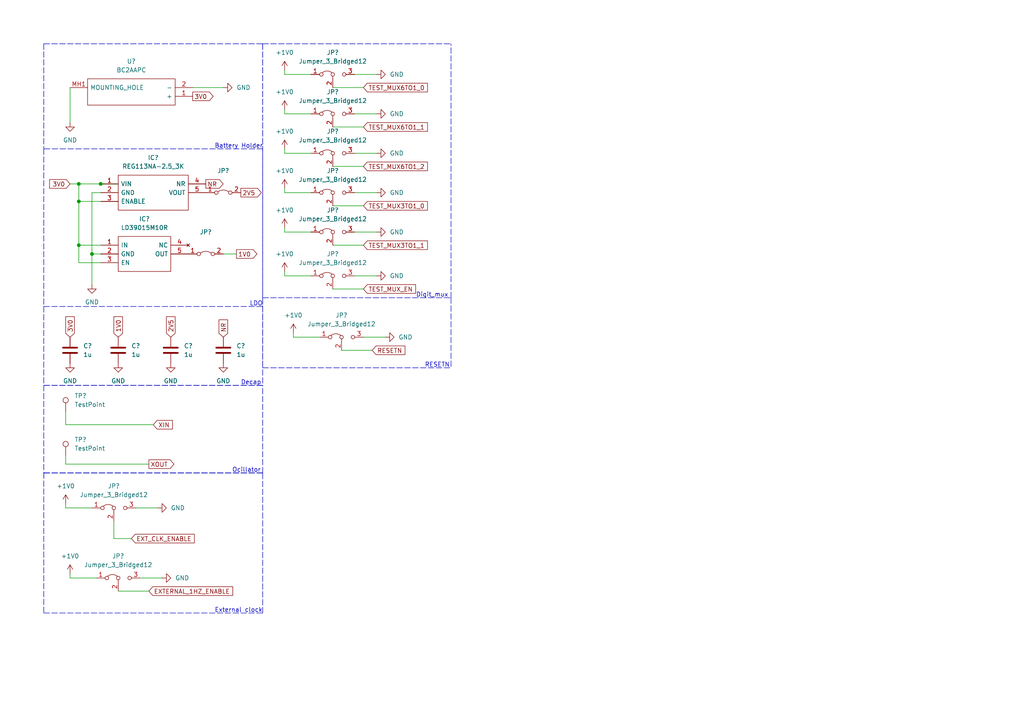
<source format=kicad_sch>
(kicad_sch (version 20211123) (generator eeschema)

  (uuid 4a39c950-2317-4231-b8ee-da88286bdc2c)

  (paper "A4")

  (lib_symbols
    (symbol "1V0_LDO:LD39015M10R" (pin_names (offset 0.762)) (in_bom yes) (on_board yes)
      (property "Reference" "IC" (id 0) (at 21.59 7.62 0)
        (effects (font (size 1.27 1.27)) (justify left))
      )
      (property "Value" "LD39015M10R" (id 1) (at 21.59 5.08 0)
        (effects (font (size 1.27 1.27)) (justify left))
      )
      (property "Footprint" "SOT95P280X145-5N" (id 2) (at 21.59 2.54 0)
        (effects (font (size 1.27 1.27)) (justify left) hide)
      )
      (property "Datasheet" "http://www.st.com/web/en/resource/technical/document/datasheet/CD00173477.pdf" (id 3) (at 21.59 0 0)
        (effects (font (size 1.27 1.27)) (justify left) hide)
      )
      (property "Description" "LD39015M10R, Low Noise LDO Voltage Regulator, 150mA, 1 V 3%, 1.5  5.5 Vin, 5-Pin SOT-23" (id 4) (at 21.59 -2.54 0)
        (effects (font (size 1.27 1.27)) (justify left) hide)
      )
      (property "Height" "1.45" (id 5) (at 21.59 -5.08 0)
        (effects (font (size 1.27 1.27)) (justify left) hide)
      )
      (property "Manufacturer_Name" "STMicroelectronics" (id 6) (at 21.59 -7.62 0)
        (effects (font (size 1.27 1.27)) (justify left) hide)
      )
      (property "Manufacturer_Part_Number" "LD39015M10R" (id 7) (at 21.59 -10.16 0)
        (effects (font (size 1.27 1.27)) (justify left) hide)
      )
      (property "Mouser Part Number" "511-LD39015M10R" (id 8) (at 21.59 -12.7 0)
        (effects (font (size 1.27 1.27)) (justify left) hide)
      )
      (property "Mouser Price/Stock" "https://www.mouser.co.uk/ProductDetail/STMicroelectronics/LD39015M10R?qs=wsLAKTqgg6iLO1LS4XmvbQ%3D%3D" (id 9) (at 21.59 -15.24 0)
        (effects (font (size 1.27 1.27)) (justify left) hide)
      )
      (property "Arrow Part Number" "LD39015M10R" (id 10) (at 21.59 -17.78 0)
        (effects (font (size 1.27 1.27)) (justify left) hide)
      )
      (property "Arrow Price/Stock" "https://www.arrow.com/en/products/ld39015m10r/stmicroelectronics" (id 11) (at 21.59 -20.32 0)
        (effects (font (size 1.27 1.27)) (justify left) hide)
      )
      (property "Mouser Testing Part Number" "" (id 12) (at 21.59 -22.86 0)
        (effects (font (size 1.27 1.27)) (justify left) hide)
      )
      (property "Mouser Testing Price/Stock" "" (id 13) (at 21.59 -25.4 0)
        (effects (font (size 1.27 1.27)) (justify left) hide)
      )
      (property "ki_description" "LD39015M10R, Low Noise LDO Voltage Regulator, 150mA, 1 V 3%, 1.5  5.5 Vin, 5-Pin SOT-23" (id 14) (at 0 0 0)
        (effects (font (size 1.27 1.27)) hide)
      )
      (symbol "LD39015M10R_0_0"
        (pin input line (at 0 0 0) (length 5.08)
          (name "IN" (effects (font (size 1.27 1.27))))
          (number "1" (effects (font (size 1.27 1.27))))
        )
        (pin power_in line (at 0 -2.54 0) (length 5.08)
          (name "GND" (effects (font (size 1.27 1.27))))
          (number "2" (effects (font (size 1.27 1.27))))
        )
        (pin passive line (at 0 -5.08 0) (length 5.08)
          (name "EN" (effects (font (size 1.27 1.27))))
          (number "3" (effects (font (size 1.27 1.27))))
        )
        (pin no_connect line (at 25.4 0 180) (length 5.08)
          (name "NC" (effects (font (size 1.27 1.27))))
          (number "4" (effects (font (size 1.27 1.27))))
        )
        (pin output line (at 25.4 -2.54 180) (length 5.08)
          (name "OUT" (effects (font (size 1.27 1.27))))
          (number "5" (effects (font (size 1.27 1.27))))
        )
      )
      (symbol "LD39015M10R_0_1"
        (polyline
          (pts
            (xy 5.08 2.54)
            (xy 20.32 2.54)
            (xy 20.32 -7.62)
            (xy 5.08 -7.62)
            (xy 5.08 2.54)
          )
          (stroke (width 0.1524) (type default) (color 0 0 0 0))
          (fill (type none))
        )
      )
    )
    (symbol "2V5_LDO:REG113NA-2.5_3K" (pin_names (offset 0.762)) (in_bom yes) (on_board yes)
      (property "Reference" "IC" (id 0) (at 26.67 7.62 0)
        (effects (font (size 1.27 1.27)) (justify left))
      )
      (property "Value" "REG113NA-2.5_3K" (id 1) (at 26.67 5.08 0)
        (effects (font (size 1.27 1.27)) (justify left))
      )
      (property "Footprint" "SOT95P280X145-5N" (id 2) (at 26.67 2.54 0)
        (effects (font (size 1.27 1.27)) (justify left) hide)
      )
      (property "Datasheet" "http://www.ti.com/lit/gpn/reg113" (id 3) (at 26.67 0 0)
        (effects (font (size 1.27 1.27)) (justify left) hide)
      )
      (property "Description" "400mA, Low-Noise, Low-Dropout Regulator" (id 4) (at 26.67 -2.54 0)
        (effects (font (size 1.27 1.27)) (justify left) hide)
      )
      (property "Height" "1.45" (id 5) (at 26.67 -5.08 0)
        (effects (font (size 1.27 1.27)) (justify left) hide)
      )
      (property "Manufacturer_Name" "Texas Instruments" (id 6) (at 26.67 -7.62 0)
        (effects (font (size 1.27 1.27)) (justify left) hide)
      )
      (property "Manufacturer_Part_Number" "REG113NA-2.5/3K" (id 7) (at 26.67 -10.16 0)
        (effects (font (size 1.27 1.27)) (justify left) hide)
      )
      (property "Mouser Part Number" "595-REG113NA-2.5/3K" (id 8) (at 26.67 -12.7 0)
        (effects (font (size 1.27 1.27)) (justify left) hide)
      )
      (property "Mouser Price/Stock" "https://www.mouser.co.uk/ProductDetail/Texas-Instruments/REG113NA-2.5-3K?qs=sSOk4GDDv7wGAcuswJB8dg%3D%3D" (id 9) (at 26.67 -15.24 0)
        (effects (font (size 1.27 1.27)) (justify left) hide)
      )
      (property "Arrow Part Number" "" (id 10) (at 26.67 -17.78 0)
        (effects (font (size 1.27 1.27)) (justify left) hide)
      )
      (property "Arrow Price/Stock" "" (id 11) (at 26.67 -20.32 0)
        (effects (font (size 1.27 1.27)) (justify left) hide)
      )
      (property "Mouser Testing Part Number" "" (id 12) (at 26.67 -22.86 0)
        (effects (font (size 1.27 1.27)) (justify left) hide)
      )
      (property "Mouser Testing Price/Stock" "" (id 13) (at 26.67 -25.4 0)
        (effects (font (size 1.27 1.27)) (justify left) hide)
      )
      (property "ki_description" "400mA, Low-Noise, Low-Dropout Regulator" (id 14) (at 0 0 0)
        (effects (font (size 1.27 1.27)) hide)
      )
      (symbol "REG113NA-2.5_3K_0_0"
        (pin passive line (at 0 0 0) (length 5.08)
          (name "VIN" (effects (font (size 1.27 1.27))))
          (number "1" (effects (font (size 1.27 1.27))))
        )
        (pin passive line (at 0 -2.54 0) (length 5.08)
          (name "GND" (effects (font (size 1.27 1.27))))
          (number "2" (effects (font (size 1.27 1.27))))
        )
        (pin passive line (at 0 -5.08 0) (length 5.08)
          (name "ENABLE" (effects (font (size 1.27 1.27))))
          (number "3" (effects (font (size 1.27 1.27))))
        )
        (pin passive line (at 30.48 0 180) (length 5.08)
          (name "NR" (effects (font (size 1.27 1.27))))
          (number "4" (effects (font (size 1.27 1.27))))
        )
        (pin passive line (at 30.48 -2.54 180) (length 5.08)
          (name "VOUT" (effects (font (size 1.27 1.27))))
          (number "5" (effects (font (size 1.27 1.27))))
        )
      )
      (symbol "REG113NA-2.5_3K_0_1"
        (polyline
          (pts
            (xy 5.08 2.54)
            (xy 25.4 2.54)
            (xy 25.4 -7.62)
            (xy 5.08 -7.62)
            (xy 5.08 2.54)
          )
          (stroke (width 0.1524) (type default) (color 0 0 0 0))
          (fill (type none))
        )
      )
    )
    (symbol "Battery_Holder:BC2AAPC" (pin_names (offset 0.762)) (in_bom yes) (on_board yes)
      (property "Reference" "U" (id 0) (at 31.75 7.62 0)
        (effects (font (size 1.27 1.27)) (justify left))
      )
      (property "Value" "BC2AAPC" (id 1) (at 31.75 5.08 0)
        (effects (font (size 1.27 1.27)) (justify left))
      )
      (property "Footprint" "BC2AAPC" (id 2) (at 31.75 2.54 0)
        (effects (font (size 1.27 1.27)) (justify left) hide)
      )
      (property "Datasheet" "https://media.digikey.com/pdf/Data%20Sheets/Memory%20Protection%20PDFs/BC2AAPC.pdf" (id 3) (at 31.75 0 0)
        (effects (font (size 1.27 1.27)) (justify left) hide)
      )
      (property "Description" "BATTERY HOLDER AA 2 CELL PC PIN" (id 4) (at 31.75 -2.54 0)
        (effects (font (size 1.27 1.27)) (justify left) hide)
      )
      (property "Height" "15" (id 5) (at 31.75 -5.08 0)
        (effects (font (size 1.27 1.27)) (justify left) hide)
      )
      (property "Manufacturer_Name" "Memory Protection Devices" (id 6) (at 31.75 -7.62 0)
        (effects (font (size 1.27 1.27)) (justify left) hide)
      )
      (property "Manufacturer_Part_Number" "BC2AAPC" (id 7) (at 31.75 -10.16 0)
        (effects (font (size 1.27 1.27)) (justify left) hide)
      )
      (property "Mouser Part Number" "" (id 8) (at 31.75 -12.7 0)
        (effects (font (size 1.27 1.27)) (justify left) hide)
      )
      (property "Mouser Price/Stock" "" (id 9) (at 31.75 -15.24 0)
        (effects (font (size 1.27 1.27)) (justify left) hide)
      )
      (property "Arrow Part Number" "" (id 10) (at 31.75 -17.78 0)
        (effects (font (size 1.27 1.27)) (justify left) hide)
      )
      (property "Arrow Price/Stock" "" (id 11) (at 31.75 -20.32 0)
        (effects (font (size 1.27 1.27)) (justify left) hide)
      )
      (property "Mouser Testing Part Number" "" (id 12) (at 31.75 -22.86 0)
        (effects (font (size 1.27 1.27)) (justify left) hide)
      )
      (property "Mouser Testing Price/Stock" "" (id 13) (at 31.75 -25.4 0)
        (effects (font (size 1.27 1.27)) (justify left) hide)
      )
      (property "ki_description" "BATTERY HOLDER AA 2 CELL PC PIN" (id 14) (at 0 0 0)
        (effects (font (size 1.27 1.27)) hide)
      )
      (symbol "BC2AAPC_0_0"
        (pin passive line (at 35.56 -2.54 180) (length 5.08)
          (name "+" (effects (font (size 1.27 1.27))))
          (number "1" (effects (font (size 1.27 1.27))))
        )
        (pin passive line (at 35.56 0 180) (length 5.08)
          (name "-" (effects (font (size 1.27 1.27))))
          (number "2" (effects (font (size 1.27 1.27))))
        )
        (pin passive line (at 0 0 0) (length 5.08)
          (name "MOUNTING_HOLE" (effects (font (size 1.27 1.27))))
          (number "MH1" (effects (font (size 1.27 1.27))))
        )
      )
      (symbol "BC2AAPC_0_1"
        (polyline
          (pts
            (xy 5.08 2.54)
            (xy 30.48 2.54)
            (xy 30.48 -5.08)
            (xy 5.08 -5.08)
            (xy 5.08 2.54)
          )
          (stroke (width 0.1524) (type default) (color 0 0 0 0))
          (fill (type none))
        )
      )
    )
    (symbol "Connector:TestPoint" (pin_numbers hide) (pin_names (offset 0.762) hide) (in_bom yes) (on_board yes)
      (property "Reference" "TP" (id 0) (at 0 6.858 0)
        (effects (font (size 1.27 1.27)))
      )
      (property "Value" "TestPoint" (id 1) (at 0 5.08 0)
        (effects (font (size 1.27 1.27)))
      )
      (property "Footprint" "" (id 2) (at 5.08 0 0)
        (effects (font (size 1.27 1.27)) hide)
      )
      (property "Datasheet" "~" (id 3) (at 5.08 0 0)
        (effects (font (size 1.27 1.27)) hide)
      )
      (property "ki_keywords" "test point tp" (id 4) (at 0 0 0)
        (effects (font (size 1.27 1.27)) hide)
      )
      (property "ki_description" "test point" (id 5) (at 0 0 0)
        (effects (font (size 1.27 1.27)) hide)
      )
      (property "ki_fp_filters" "Pin* Test*" (id 6) (at 0 0 0)
        (effects (font (size 1.27 1.27)) hide)
      )
      (symbol "TestPoint_0_1"
        (circle (center 0 3.302) (radius 0.762)
          (stroke (width 0) (type default) (color 0 0 0 0))
          (fill (type none))
        )
      )
      (symbol "TestPoint_1_1"
        (pin passive line (at 0 0 90) (length 2.54)
          (name "1" (effects (font (size 1.27 1.27))))
          (number "1" (effects (font (size 1.27 1.27))))
        )
      )
    )
    (symbol "Device:C" (pin_numbers hide) (pin_names (offset 0.254)) (in_bom yes) (on_board yes)
      (property "Reference" "C" (id 0) (at 0.635 2.54 0)
        (effects (font (size 1.27 1.27)) (justify left))
      )
      (property "Value" "C" (id 1) (at 0.635 -2.54 0)
        (effects (font (size 1.27 1.27)) (justify left))
      )
      (property "Footprint" "" (id 2) (at 0.9652 -3.81 0)
        (effects (font (size 1.27 1.27)) hide)
      )
      (property "Datasheet" "~" (id 3) (at 0 0 0)
        (effects (font (size 1.27 1.27)) hide)
      )
      (property "ki_keywords" "cap capacitor" (id 4) (at 0 0 0)
        (effects (font (size 1.27 1.27)) hide)
      )
      (property "ki_description" "Unpolarized capacitor" (id 5) (at 0 0 0)
        (effects (font (size 1.27 1.27)) hide)
      )
      (property "ki_fp_filters" "C_*" (id 6) (at 0 0 0)
        (effects (font (size 1.27 1.27)) hide)
      )
      (symbol "C_0_1"
        (polyline
          (pts
            (xy -2.032 -0.762)
            (xy 2.032 -0.762)
          )
          (stroke (width 0.508) (type default) (color 0 0 0 0))
          (fill (type none))
        )
        (polyline
          (pts
            (xy -2.032 0.762)
            (xy 2.032 0.762)
          )
          (stroke (width 0.508) (type default) (color 0 0 0 0))
          (fill (type none))
        )
      )
      (symbol "C_1_1"
        (pin passive line (at 0 3.81 270) (length 2.794)
          (name "~" (effects (font (size 1.27 1.27))))
          (number "1" (effects (font (size 1.27 1.27))))
        )
        (pin passive line (at 0 -3.81 90) (length 2.794)
          (name "~" (effects (font (size 1.27 1.27))))
          (number "2" (effects (font (size 1.27 1.27))))
        )
      )
    )
    (symbol "Jumper:Jumper_2_Bridged" (pin_names (offset 0) hide) (in_bom yes) (on_board yes)
      (property "Reference" "JP" (id 0) (at 0 1.905 0)
        (effects (font (size 1.27 1.27)))
      )
      (property "Value" "Jumper_2_Bridged" (id 1) (at 0 -2.54 0)
        (effects (font (size 1.27 1.27)))
      )
      (property "Footprint" "" (id 2) (at 0 0 0)
        (effects (font (size 1.27 1.27)) hide)
      )
      (property "Datasheet" "~" (id 3) (at 0 0 0)
        (effects (font (size 1.27 1.27)) hide)
      )
      (property "ki_keywords" "Jumper SPST" (id 4) (at 0 0 0)
        (effects (font (size 1.27 1.27)) hide)
      )
      (property "ki_description" "Jumper, 2-pole, closed/bridged" (id 5) (at 0 0 0)
        (effects (font (size 1.27 1.27)) hide)
      )
      (property "ki_fp_filters" "Jumper* TestPoint*2Pads* TestPoint*Bridge*" (id 6) (at 0 0 0)
        (effects (font (size 1.27 1.27)) hide)
      )
      (symbol "Jumper_2_Bridged_0_0"
        (circle (center -2.032 0) (radius 0.508)
          (stroke (width 0) (type default) (color 0 0 0 0))
          (fill (type none))
        )
        (circle (center 2.032 0) (radius 0.508)
          (stroke (width 0) (type default) (color 0 0 0 0))
          (fill (type none))
        )
      )
      (symbol "Jumper_2_Bridged_0_1"
        (arc (start 1.524 0.254) (mid 0 0.762) (end -1.524 0.254)
          (stroke (width 0) (type default) (color 0 0 0 0))
          (fill (type none))
        )
      )
      (symbol "Jumper_2_Bridged_1_1"
        (pin passive line (at -5.08 0 0) (length 2.54)
          (name "A" (effects (font (size 1.27 1.27))))
          (number "1" (effects (font (size 1.27 1.27))))
        )
        (pin passive line (at 5.08 0 180) (length 2.54)
          (name "B" (effects (font (size 1.27 1.27))))
          (number "2" (effects (font (size 1.27 1.27))))
        )
      )
    )
    (symbol "Jumper:Jumper_3_Bridged12" (pin_names (offset 0) hide) (in_bom yes) (on_board yes)
      (property "Reference" "JP" (id 0) (at -2.54 -2.54 0)
        (effects (font (size 1.27 1.27)))
      )
      (property "Value" "Jumper_3_Bridged12" (id 1) (at 0 2.794 0)
        (effects (font (size 1.27 1.27)))
      )
      (property "Footprint" "" (id 2) (at 0 0 0)
        (effects (font (size 1.27 1.27)) hide)
      )
      (property "Datasheet" "~" (id 3) (at 0 0 0)
        (effects (font (size 1.27 1.27)) hide)
      )
      (property "ki_keywords" "Jumper SPDT" (id 4) (at 0 0 0)
        (effects (font (size 1.27 1.27)) hide)
      )
      (property "ki_description" "Jumper, 3-pole, pins 1+2 closed/bridged" (id 5) (at 0 0 0)
        (effects (font (size 1.27 1.27)) hide)
      )
      (property "ki_fp_filters" "Jumper* TestPoint*3Pads* TestPoint*Bridge*" (id 6) (at 0 0 0)
        (effects (font (size 1.27 1.27)) hide)
      )
      (symbol "Jumper_3_Bridged12_0_0"
        (circle (center -3.302 0) (radius 0.508)
          (stroke (width 0) (type default) (color 0 0 0 0))
          (fill (type none))
        )
        (circle (center 0 0) (radius 0.508)
          (stroke (width 0) (type default) (color 0 0 0 0))
          (fill (type none))
        )
        (circle (center 3.302 0) (radius 0.508)
          (stroke (width 0) (type default) (color 0 0 0 0))
          (fill (type none))
        )
      )
      (symbol "Jumper_3_Bridged12_0_1"
        (arc (start -0.254 0.508) (mid -1.651 0.9912) (end -3.048 0.508)
          (stroke (width 0) (type default) (color 0 0 0 0))
          (fill (type none))
        )
        (polyline
          (pts
            (xy 0 -1.27)
            (xy 0 -0.508)
          )
          (stroke (width 0) (type default) (color 0 0 0 0))
          (fill (type none))
        )
      )
      (symbol "Jumper_3_Bridged12_1_1"
        (pin passive line (at -6.35 0 0) (length 2.54)
          (name "A" (effects (font (size 1.27 1.27))))
          (number "1" (effects (font (size 1.27 1.27))))
        )
        (pin passive line (at 0 -3.81 90) (length 2.54)
          (name "C" (effects (font (size 1.27 1.27))))
          (number "2" (effects (font (size 1.27 1.27))))
        )
        (pin passive line (at 6.35 0 180) (length 2.54)
          (name "B" (effects (font (size 1.27 1.27))))
          (number "3" (effects (font (size 1.27 1.27))))
        )
      )
    )
    (symbol "power:+1V0" (power) (pin_names (offset 0)) (in_bom yes) (on_board yes)
      (property "Reference" "#PWR" (id 0) (at 0 -3.81 0)
        (effects (font (size 1.27 1.27)) hide)
      )
      (property "Value" "+1V0" (id 1) (at 0 3.556 0)
        (effects (font (size 1.27 1.27)))
      )
      (property "Footprint" "" (id 2) (at 0 0 0)
        (effects (font (size 1.27 1.27)) hide)
      )
      (property "Datasheet" "" (id 3) (at 0 0 0)
        (effects (font (size 1.27 1.27)) hide)
      )
      (property "ki_keywords" "power-flag" (id 4) (at 0 0 0)
        (effects (font (size 1.27 1.27)) hide)
      )
      (property "ki_description" "Power symbol creates a global label with name \"+1V0\"" (id 5) (at 0 0 0)
        (effects (font (size 1.27 1.27)) hide)
      )
      (symbol "+1V0_0_1"
        (polyline
          (pts
            (xy -0.762 1.27)
            (xy 0 2.54)
          )
          (stroke (width 0) (type default) (color 0 0 0 0))
          (fill (type none))
        )
        (polyline
          (pts
            (xy 0 0)
            (xy 0 2.54)
          )
          (stroke (width 0) (type default) (color 0 0 0 0))
          (fill (type none))
        )
        (polyline
          (pts
            (xy 0 2.54)
            (xy 0.762 1.27)
          )
          (stroke (width 0) (type default) (color 0 0 0 0))
          (fill (type none))
        )
      )
      (symbol "+1V0_1_1"
        (pin power_in line (at 0 0 90) (length 0) hide
          (name "+1V0" (effects (font (size 1.27 1.27))))
          (number "1" (effects (font (size 1.27 1.27))))
        )
      )
    )
    (symbol "power:GND" (power) (pin_names (offset 0)) (in_bom yes) (on_board yes)
      (property "Reference" "#PWR" (id 0) (at 0 -6.35 0)
        (effects (font (size 1.27 1.27)) hide)
      )
      (property "Value" "GND" (id 1) (at 0 -3.81 0)
        (effects (font (size 1.27 1.27)))
      )
      (property "Footprint" "" (id 2) (at 0 0 0)
        (effects (font (size 1.27 1.27)) hide)
      )
      (property "Datasheet" "" (id 3) (at 0 0 0)
        (effects (font (size 1.27 1.27)) hide)
      )
      (property "ki_keywords" "power-flag" (id 4) (at 0 0 0)
        (effects (font (size 1.27 1.27)) hide)
      )
      (property "ki_description" "Power symbol creates a global label with name \"GND\" , ground" (id 5) (at 0 0 0)
        (effects (font (size 1.27 1.27)) hide)
      )
      (symbol "GND_0_1"
        (polyline
          (pts
            (xy 0 0)
            (xy 0 -1.27)
            (xy 1.27 -1.27)
            (xy 0 -2.54)
            (xy -1.27 -1.27)
            (xy 0 -1.27)
          )
          (stroke (width 0) (type default) (color 0 0 0 0))
          (fill (type none))
        )
      )
      (symbol "GND_1_1"
        (pin power_in line (at 0 0 270) (length 0) hide
          (name "GND" (effects (font (size 1.27 1.27))))
          (number "1" (effects (font (size 1.27 1.27))))
        )
      )
    )
  )

  (junction (at 22.86 53.34) (diameter 0) (color 0 0 0 0)
    (uuid 66fa9cbd-0339-41ad-932f-c85f30dd8fba)
  )
  (junction (at 29.21 53.34) (diameter 0) (color 0 0 0 0)
    (uuid 74ff5b0e-f05e-4861-95a8-6f50862f01ea)
  )
  (junction (at 22.86 58.42) (diameter 0) (color 0 0 0 0)
    (uuid b0be4f9e-5b10-437d-a713-ba69d03e4926)
  )
  (junction (at 22.86 71.12) (diameter 0) (color 0 0 0 0)
    (uuid bfd85571-d233-480d-9b63-a8313795a72b)
  )
  (junction (at 26.67 73.66) (diameter 0) (color 0 0 0 0)
    (uuid eba9582c-637a-4d09-bae0-42866e4c62bb)
  )

  (wire (pts (xy 82.55 67.31) (xy 90.17 67.31))
    (stroke (width 0) (type default) (color 0 0 0 0))
    (uuid 00367e1d-07a1-4cba-adac-d174c299c0ed)
  )
  (wire (pts (xy 40.64 167.64) (xy 46.99 167.64))
    (stroke (width 0) (type default) (color 0 0 0 0))
    (uuid 06b82103-75f0-4981-8c7d-b9cc0cae79ea)
  )
  (polyline (pts (xy 12.7 111.76) (xy 76.2 111.76))
    (stroke (width 0) (type default) (color 0 0 0 0))
    (uuid 07ee94a8-a638-49ba-a644-d7e0e7e5c179)
  )
  (polyline (pts (xy 130.81 86.36) (xy 130.81 106.68))
    (stroke (width 0) (type default) (color 0 0 0 0))
    (uuid 0e238b28-1631-4c37-8577-98f70e74c608)
  )
  (polyline (pts (xy 76.2 86.36) (xy 130.81 86.36))
    (stroke (width 0) (type default) (color 0 0 0 0))
    (uuid 0e34a578-5fa2-4215-95bb-500fe7a4d73c)
  )

  (wire (pts (xy 102.87 55.88) (xy 109.22 55.88))
    (stroke (width 0) (type default) (color 0 0 0 0))
    (uuid 171de6c3-b749-4eb6-b0f9-e666932f0f23)
  )
  (polyline (pts (xy 76.2 88.9) (xy 76.2 88.9))
    (stroke (width 0) (type default) (color 0 0 0 0))
    (uuid 1b96af6a-5d7c-4e8e-8bc6-d3d72cbe3d47)
  )

  (wire (pts (xy 22.86 53.34) (xy 20.32 53.34))
    (stroke (width 0) (type default) (color 0 0 0 0))
    (uuid 1f8b5b09-e73a-4f2f-96aa-57857a3240c4)
  )
  (wire (pts (xy 99.06 101.6) (xy 107.95 101.6))
    (stroke (width 0) (type default) (color 0 0 0 0))
    (uuid 20832f12-cdf1-47c4-b84c-787078a3a89c)
  )
  (polyline (pts (xy 130.81 86.36) (xy 130.81 12.7))
    (stroke (width 0) (type default) (color 0 0 0 0))
    (uuid 20cee3e0-9026-47f6-b897-beaaa2c904ae)
  )
  (polyline (pts (xy 12.7 137.16) (xy 76.2 137.16))
    (stroke (width 0) (type default) (color 0 0 0 0))
    (uuid 228bad2b-246a-48e1-bf24-1a350b5ac715)
  )

  (wire (pts (xy 102.87 67.31) (xy 109.22 67.31))
    (stroke (width 0) (type default) (color 0 0 0 0))
    (uuid 2750cc27-82f7-43cc-a934-f31589c33907)
  )
  (polyline (pts (xy 76.2 43.18) (xy 76.2 43.18))
    (stroke (width 0) (type default) (color 0 0 0 0))
    (uuid 27ebcef6-6a65-4379-83d0-778041be4613)
  )
  (polyline (pts (xy 76.2 137.16) (xy 12.7 137.16))
    (stroke (width 0) (type default) (color 0 0 0 0))
    (uuid 298c6ed7-0993-4cb8-9d2d-f31ffbf103a5)
  )

  (wire (pts (xy 26.67 55.88) (xy 29.21 55.88))
    (stroke (width 0) (type default) (color 0 0 0 0))
    (uuid 3435e5cd-f687-4d76-a27c-0cbe050d80a7)
  )
  (wire (pts (xy 20.32 166.37) (xy 20.32 167.64))
    (stroke (width 0) (type default) (color 0 0 0 0))
    (uuid 37a83a09-81b7-42b5-8845-e4913313a491)
  )
  (wire (pts (xy 64.77 73.66) (xy 68.58 73.66))
    (stroke (width 0) (type default) (color 0 0 0 0))
    (uuid 39a3597a-2b02-46a8-9abf-38277b5ea6c5)
  )
  (wire (pts (xy 82.55 80.01) (xy 90.17 80.01))
    (stroke (width 0) (type default) (color 0 0 0 0))
    (uuid 3aa206f8-5cca-49b6-a842-ca493e996a65)
  )
  (polyline (pts (xy 12.7 12.7) (xy 76.2 12.7))
    (stroke (width 0) (type default) (color 0 0 0 0))
    (uuid 42d431a7-f55c-46f8-956d-ac4dfd3b7d03)
  )
  (polyline (pts (xy 12.7 177.8) (xy 76.2 177.8))
    (stroke (width 0) (type default) (color 0 0 0 0))
    (uuid 437ddb75-eaa6-4113-98a7-4e5a4fc7a14a)
  )
  (polyline (pts (xy 12.7 111.76) (xy 12.7 137.16))
    (stroke (width 0) (type default) (color 0 0 0 0))
    (uuid 492899b6-4a2b-44d8-ace4-9e4e5af4ee84)
  )

  (wire (pts (xy 82.55 21.59) (xy 90.17 21.59))
    (stroke (width 0) (type default) (color 0 0 0 0))
    (uuid 49a09e52-140b-4ecf-a575-ac592c1e1e7e)
  )
  (polyline (pts (xy 76.2 86.36) (xy 76.2 106.68))
    (stroke (width 0) (type default) (color 0 0 0 0))
    (uuid 4a3bd874-05da-4c4f-8ea3-09d6acd5a6b9)
  )

  (wire (pts (xy 85.09 97.79) (xy 92.71 97.79))
    (stroke (width 0) (type default) (color 0 0 0 0))
    (uuid 50912a75-b64f-4de2-8e71-e1dee4ab9cc2)
  )
  (wire (pts (xy 82.55 44.45) (xy 90.17 44.45))
    (stroke (width 0) (type default) (color 0 0 0 0))
    (uuid 5a428628-5071-4f1a-9a84-d656090d7420)
  )
  (wire (pts (xy 82.55 54.61) (xy 82.55 55.88))
    (stroke (width 0) (type default) (color 0 0 0 0))
    (uuid 5dd7f8e8-ecae-43aa-a636-b2c10644fa1d)
  )
  (wire (pts (xy 26.67 82.55) (xy 26.67 73.66))
    (stroke (width 0) (type default) (color 0 0 0 0))
    (uuid 6564f4bd-c74f-4244-8a47-e8af8cc73496)
  )
  (wire (pts (xy 102.87 33.02) (xy 109.22 33.02))
    (stroke (width 0) (type default) (color 0 0 0 0))
    (uuid 67729ce8-5a83-47fb-8ee1-fe8720a19914)
  )
  (wire (pts (xy 22.86 53.34) (xy 22.86 58.42))
    (stroke (width 0) (type default) (color 0 0 0 0))
    (uuid 67f16261-a16e-4109-b2ac-44420398fa03)
  )
  (polyline (pts (xy 76.2 12.7) (xy 76.2 43.18))
    (stroke (width 0) (type default) (color 0 0 0 0))
    (uuid 6e699aa0-6f90-411b-a4fc-8dd44d305718)
  )

  (wire (pts (xy 19.05 132.08) (xy 19.05 134.62))
    (stroke (width 0) (type default) (color 0 0 0 0))
    (uuid 6ff21717-548e-4a17-a8f2-b5d419dcb042)
  )
  (polyline (pts (xy 76.2 106.68) (xy 130.81 106.68))
    (stroke (width 0) (type default) (color 0 0 0 0))
    (uuid 6ffc673d-f4fc-4c1c-8f13-1d0fb67d106a)
  )

  (wire (pts (xy 19.05 119.38) (xy 19.05 123.19))
    (stroke (width 0) (type default) (color 0 0 0 0))
    (uuid 7153869b-235c-4a52-80b6-185311b39d9f)
  )
  (wire (pts (xy 96.52 36.83) (xy 105.41 36.83))
    (stroke (width 0) (type default) (color 0 0 0 0))
    (uuid 71bdf83f-2ae3-4846-8248-7359b544d7eb)
  )
  (wire (pts (xy 102.87 21.59) (xy 109.22 21.59))
    (stroke (width 0) (type default) (color 0 0 0 0))
    (uuid 75ec9ff6-707b-449b-82c1-8d404dc62971)
  )
  (wire (pts (xy 29.21 53.34) (xy 22.86 53.34))
    (stroke (width 0) (type default) (color 0 0 0 0))
    (uuid 76a073bb-084f-4da2-97da-62a1cf23150d)
  )
  (wire (pts (xy 33.02 156.21) (xy 38.1 156.21))
    (stroke (width 0) (type default) (color 0 0 0 0))
    (uuid 7b15d0fb-dc97-42c5-9f9b-54480bce6146)
  )
  (wire (pts (xy 22.86 71.12) (xy 29.21 71.12))
    (stroke (width 0) (type default) (color 0 0 0 0))
    (uuid 7cfd4b8e-64de-4a77-8de9-f6405b521438)
  )
  (wire (pts (xy 82.55 20.32) (xy 82.55 21.59))
    (stroke (width 0) (type default) (color 0 0 0 0))
    (uuid 8360b962-9b48-4d10-8169-3e9b4732e63b)
  )
  (wire (pts (xy 96.52 83.82) (xy 105.41 83.82))
    (stroke (width 0) (type default) (color 0 0 0 0))
    (uuid 8785aaba-3772-4ae4-be96-c10b65b1c159)
  )
  (polyline (pts (xy 76.2 12.7) (xy 76.2 86.36))
    (stroke (width 0) (type default) (color 0 0 0 0))
    (uuid 887d3fcc-4aa6-46cc-986d-9bf69be5e36f)
  )

  (wire (pts (xy 19.05 123.19) (xy 44.45 123.19))
    (stroke (width 0) (type default) (color 0 0 0 0))
    (uuid 8b3f8068-f51e-4049-9201-dd5bbebddd8d)
  )
  (wire (pts (xy 19.05 134.62) (xy 43.18 134.62))
    (stroke (width 0) (type default) (color 0 0 0 0))
    (uuid 8e1ac841-0dc1-41ba-abfb-6c768ed6b1f5)
  )
  (polyline (pts (xy 76.2 12.7) (xy 130.81 12.7))
    (stroke (width 0) (type default) (color 0 0 0 0))
    (uuid 8f2c5b5b-80da-485a-9868-74a3d19361e1)
  )

  (wire (pts (xy 34.29 53.34) (xy 29.21 53.34))
    (stroke (width 0) (type default) (color 0 0 0 0))
    (uuid 8f532298-b5d4-424f-9525-8fd36102f859)
  )
  (wire (pts (xy 26.67 73.66) (xy 26.67 55.88))
    (stroke (width 0) (type default) (color 0 0 0 0))
    (uuid 8f74d587-1b65-4265-a19a-f042b74167e7)
  )
  (polyline (pts (xy 12.7 88.9) (xy 12.7 111.76))
    (stroke (width 0) (type default) (color 0 0 0 0))
    (uuid 915e56eb-9a18-4b3e-91c9-65b75581a6be)
  )

  (wire (pts (xy 96.52 71.12) (xy 105.41 71.12))
    (stroke (width 0) (type default) (color 0 0 0 0))
    (uuid 91d130f7-8712-44cd-9b6e-3d8566cb7d78)
  )
  (polyline (pts (xy 76.2 88.9) (xy 76.2 111.76))
    (stroke (width 0) (type default) (color 0 0 0 0))
    (uuid 93807340-1265-42ab-9ce8-80e300bff4e3)
  )

  (wire (pts (xy 82.55 55.88) (xy 90.17 55.88))
    (stroke (width 0) (type default) (color 0 0 0 0))
    (uuid 94d5322d-b91b-48df-9d28-2257cf314d68)
  )
  (polyline (pts (xy 76.2 86.36) (xy 130.81 86.36))
    (stroke (width 0) (type default) (color 0 0 0 0))
    (uuid 95a7c77a-4dad-4637-87a5-2cb5110672cc)
  )

  (wire (pts (xy 55.88 25.4) (xy 64.77 25.4))
    (stroke (width 0) (type default) (color 0 0 0 0))
    (uuid 9dbedf7d-127e-4dde-aa8f-58db83faf9aa)
  )
  (wire (pts (xy 82.55 66.04) (xy 82.55 67.31))
    (stroke (width 0) (type default) (color 0 0 0 0))
    (uuid 9dcfaa48-04a2-458b-bfc7-1c944c593e63)
  )
  (wire (pts (xy 20.32 25.4) (xy 20.32 35.56))
    (stroke (width 0) (type default) (color 0 0 0 0))
    (uuid 9f7764ba-232e-435e-99c7-f40985fed1e9)
  )
  (polyline (pts (xy 76.2 177.8) (xy 76.2 137.16))
    (stroke (width 0) (type default) (color 0 0 0 0))
    (uuid a1b9ad6d-01e6-448a-adde-d54db4f51971)
  )

  (wire (pts (xy 82.55 31.75) (xy 82.55 33.02))
    (stroke (width 0) (type default) (color 0 0 0 0))
    (uuid a4ae3be9-da45-49ef-894b-569a94808911)
  )
  (wire (pts (xy 96.52 59.69) (xy 105.41 59.69))
    (stroke (width 0) (type default) (color 0 0 0 0))
    (uuid a5e5b81d-1d37-4b4b-8f85-4e6615524bfa)
  )
  (wire (pts (xy 96.52 25.4) (xy 105.41 25.4))
    (stroke (width 0) (type default) (color 0 0 0 0))
    (uuid adf9c115-2431-4465-a661-ebea2374ce04)
  )
  (wire (pts (xy 82.55 43.18) (xy 82.55 44.45))
    (stroke (width 0) (type default) (color 0 0 0 0))
    (uuid ae5fba54-da8d-47dd-a055-9ab2264598e4)
  )
  (wire (pts (xy 102.87 44.45) (xy 109.22 44.45))
    (stroke (width 0) (type default) (color 0 0 0 0))
    (uuid b3368394-f8c3-420d-99b9-ce7aa8958092)
  )
  (polyline (pts (xy 76.2 43.18) (xy 76.2 88.9))
    (stroke (width 0) (type default) (color 0 0 0 0))
    (uuid b449a5a1-b084-4d99-b376-2b9f4a894ef8)
  )

  (wire (pts (xy 82.55 33.02) (xy 90.17 33.02))
    (stroke (width 0) (type default) (color 0 0 0 0))
    (uuid b4c5195d-4012-47c0-a463-c7f2a9215ce1)
  )
  (wire (pts (xy 22.86 58.42) (xy 29.21 58.42))
    (stroke (width 0) (type default) (color 0 0 0 0))
    (uuid bd351e6d-b35b-4efa-bd1d-fc81324e3f46)
  )
  (polyline (pts (xy 12.7 43.18) (xy 12.7 88.9))
    (stroke (width 0) (type default) (color 0 0 0 0))
    (uuid c44ecbed-9a08-4beb-a769-9aaeab701607)
  )

  (wire (pts (xy 26.67 73.66) (xy 29.21 73.66))
    (stroke (width 0) (type default) (color 0 0 0 0))
    (uuid c557ae98-d0dd-4b8f-a157-ca593efc33f4)
  )
  (wire (pts (xy 19.05 146.05) (xy 19.05 147.32))
    (stroke (width 0) (type default) (color 0 0 0 0))
    (uuid c7e72c1f-8a96-4ca7-8458-2b2202c68312)
  )
  (polyline (pts (xy 12.7 88.9) (xy 76.2 88.9))
    (stroke (width 0) (type default) (color 0 0 0 0))
    (uuid c99b7e07-1cac-4e96-b004-0c39f0593e72)
  )
  (polyline (pts (xy 76.2 137.16) (xy 76.2 111.76))
    (stroke (width 0) (type default) (color 0 0 0 0))
    (uuid cba5d3eb-52ed-4e4e-95bb-8ca16e3838a5)
  )

  (wire (pts (xy 33.02 151.13) (xy 33.02 156.21))
    (stroke (width 0) (type default) (color 0 0 0 0))
    (uuid cc9db7bf-74dd-4f75-b0fb-27a6a81fa375)
  )
  (wire (pts (xy 105.41 97.79) (xy 111.76 97.79))
    (stroke (width 0) (type default) (color 0 0 0 0))
    (uuid ceca0b7e-a882-4ee1-9c29-18d9be0ffddb)
  )
  (wire (pts (xy 34.29 171.45) (xy 43.18 171.45))
    (stroke (width 0) (type default) (color 0 0 0 0))
    (uuid d265733b-c3fa-4738-a885-bdb444835a16)
  )
  (polyline (pts (xy 76.2 43.18) (xy 12.7 43.18))
    (stroke (width 0) (type default) (color 0 0 0 0))
    (uuid d2e7a8fe-9aaa-4654-8ee3-76ec43b6f026)
  )
  (polyline (pts (xy 12.7 137.16) (xy 12.7 177.8))
    (stroke (width 0) (type default) (color 0 0 0 0))
    (uuid d75c0f74-9bf7-4618-b7c1-5cd7c28f6bb5)
  )

  (wire (pts (xy 96.52 48.26) (xy 105.41 48.26))
    (stroke (width 0) (type default) (color 0 0 0 0))
    (uuid d7dba7f6-359a-432f-9d01-dc55223c17a4)
  )
  (wire (pts (xy 20.32 167.64) (xy 27.94 167.64))
    (stroke (width 0) (type default) (color 0 0 0 0))
    (uuid d96b06bd-a9c1-4061-ba0b-6e8ad21e8938)
  )
  (polyline (pts (xy 12.7 137.16) (xy 12.7 138.43))
    (stroke (width 0) (type default) (color 0 0 0 0))
    (uuid dbe637bf-220a-4c99-ab54-34569c07e6b6)
  )
  (polyline (pts (xy 12.7 12.7) (xy 12.7 43.18))
    (stroke (width 0) (type default) (color 0 0 0 0))
    (uuid e20b9aa0-46ac-4e5d-81f5-950657e56c6c)
  )

  (wire (pts (xy 22.86 76.2) (xy 29.21 76.2))
    (stroke (width 0) (type default) (color 0 0 0 0))
    (uuid e229aeb0-134b-4ddf-9b05-7111787c65c6)
  )
  (wire (pts (xy 19.05 147.32) (xy 26.67 147.32))
    (stroke (width 0) (type default) (color 0 0 0 0))
    (uuid e479da27-1129-4a0b-a6d6-3bb764a8e2e8)
  )
  (wire (pts (xy 22.86 58.42) (xy 22.86 71.12))
    (stroke (width 0) (type default) (color 0 0 0 0))
    (uuid e61bbab5-77e2-4d30-bdee-f517b529837d)
  )
  (wire (pts (xy 39.37 147.32) (xy 45.72 147.32))
    (stroke (width 0) (type default) (color 0 0 0 0))
    (uuid e6786b5c-66fb-4f17-9c8e-6d621f747367)
  )
  (polyline (pts (xy 12.7 111.76) (xy 76.2 111.76))
    (stroke (width 0) (type default) (color 0 0 0 0))
    (uuid e6d28971-86fd-44b4-ae5e-9d7c27be3256)
  )

  (wire (pts (xy 102.87 80.01) (xy 109.22 80.01))
    (stroke (width 0) (type default) (color 0 0 0 0))
    (uuid ec971f2f-2122-45f4-be56-97d03dc8e659)
  )
  (wire (pts (xy 85.09 96.52) (xy 85.09 97.79))
    (stroke (width 0) (type default) (color 0 0 0 0))
    (uuid f1724b1c-37b9-4e45-9a36-bb0d479858e7)
  )
  (wire (pts (xy 22.86 71.12) (xy 22.86 76.2))
    (stroke (width 0) (type default) (color 0 0 0 0))
    (uuid f6550223-005f-4fb7-86b9-5ce4bc45514d)
  )
  (wire (pts (xy 82.55 78.74) (xy 82.55 80.01))
    (stroke (width 0) (type default) (color 0 0 0 0))
    (uuid fe90e185-015d-4b06-bd89-e2c5c55438f1)
  )

  (text "Ocillator" (at 67.31 137.16 0)
    (effects (font (size 1.27 1.27)) (justify left bottom))
    (uuid 0748dd34-d79a-4033-8b21-94db489b2dab)
  )
  (text "Battery Holder" (at 62.23 43.18 0)
    (effects (font (size 1.27 1.27)) (justify left bottom))
    (uuid 10c9ebcc-e051-48fd-b08c-32a206eea83a)
  )
  (text "RESETN" (at 123.19 106.68 0)
    (effects (font (size 1.27 1.27)) (justify left bottom))
    (uuid 27c92af1-afb8-4c43-b6a7-b691e1257868)
  )
  (text "LDO" (at 72.39 88.9 0)
    (effects (font (size 1.27 1.27)) (justify left bottom))
    (uuid 405232f6-37f9-4ab4-8fba-ec5b0a815c2f)
  )
  (text "Digit_mux" (at 120.65 86.36 0)
    (effects (font (size 1.27 1.27)) (justify left bottom))
    (uuid 7098285a-fe7b-4de4-a41f-08c6ed45892f)
  )
  (text "Decap" (at 69.85 111.76 0)
    (effects (font (size 1.27 1.27)) (justify left bottom))
    (uuid a7d4b084-f526-4693-a1fe-0127a2b6b28a)
  )
  (text "External clock" (at 62.23 177.8 0)
    (effects (font (size 1.27 1.27)) (justify left bottom))
    (uuid fa5e544e-d5f8-4422-a639-7b9b2dae0f7d)
  )

  (global_label "EXTERNAL_1HZ_ENABLE" (shape input) (at 43.18 171.45 0) (fields_autoplaced)
    (effects (font (size 1.27 1.27)) (justify left))
    (uuid 040b8234-4d33-412d-89eb-190181cd0eb0)
    (property "Intersheet References" "${INTERSHEET_REFS}" (id 0) (at 67.4855 171.3706 0)
      (effects (font (size 1.27 1.27)) (justify left) hide)
    )
  )
  (global_label "3V0" (shape input) (at 20.32 97.79 90) (fields_autoplaced)
    (effects (font (size 1.27 1.27)) (justify left))
    (uuid 0fa048a2-6632-42ef-bffc-e0cc6d7f3bfe)
    (property "Intersheet References" "${INTERSHEET_REFS}" (id 0) (at 20.2406 91.8693 90)
      (effects (font (size 1.27 1.27)) (justify left) hide)
    )
  )
  (global_label "EXT_CLK_ENABLE" (shape input) (at 38.1 156.21 0) (fields_autoplaced)
    (effects (font (size 1.27 1.27)) (justify left))
    (uuid 26b09f4c-7c17-4af9-85c0-6bf04a7bb076)
    (property "Intersheet References" "${INTERSHEET_REFS}" (id 0) (at 56.3579 156.1306 0)
      (effects (font (size 1.27 1.27)) (justify left) hide)
    )
  )
  (global_label "NR" (shape output) (at 59.69 53.34 0) (fields_autoplaced)
    (effects (font (size 1.27 1.27)) (justify left))
    (uuid 2d2027c7-e019-4b22-811f-427fb8505175)
    (property "Intersheet References" "${INTERSHEET_REFS}" (id 0) (at 64.7036 53.2606 0)
      (effects (font (size 1.27 1.27)) (justify left) hide)
    )
  )
  (global_label "2V5" (shape output) (at 69.85 55.88 0) (fields_autoplaced)
    (effects (font (size 1.27 1.27)) (justify left))
    (uuid 3b8a1258-b690-44d2-a1d8-2761245ba599)
    (property "Intersheet References" "${INTERSHEET_REFS}" (id 0) (at 75.7707 55.8006 0)
      (effects (font (size 1.27 1.27)) (justify left) hide)
    )
  )
  (global_label "TEST_MUX3TO1_0" (shape input) (at 105.41 59.69 0) (fields_autoplaced)
    (effects (font (size 1.27 1.27)) (justify left))
    (uuid 4425d9d1-c916-49e9-a6fa-b26e55f1e092)
    (property "Intersheet References" "${INTERSHEET_REFS}" (id 0) (at 123.9702 59.6106 0)
      (effects (font (size 1.27 1.27)) (justify left) hide)
    )
  )
  (global_label "3V0" (shape output) (at 55.88 27.94 0) (fields_autoplaced)
    (effects (font (size 1.27 1.27)) (justify left))
    (uuid 4549ac06-5da9-4efb-a341-6870dda273e3)
    (property "Intersheet References" "${INTERSHEET_REFS}" (id 0) (at 61.8007 27.8606 0)
      (effects (font (size 1.27 1.27)) (justify left) hide)
    )
  )
  (global_label "TEST_MUX6TO1_0" (shape input) (at 105.41 25.4 0) (fields_autoplaced)
    (effects (font (size 1.27 1.27)) (justify left))
    (uuid 461e834a-ed6c-4a83-b1a6-7a266a681a06)
    (property "Intersheet References" "${INTERSHEET_REFS}" (id 0) (at 123.9702 25.3206 0)
      (effects (font (size 1.27 1.27)) (justify left) hide)
    )
  )
  (global_label "TEST_MUX6TO1_1" (shape input) (at 105.41 36.83 0) (fields_autoplaced)
    (effects (font (size 1.27 1.27)) (justify left))
    (uuid 53163739-4433-47fc-992b-c2d491a45aad)
    (property "Intersheet References" "${INTERSHEET_REFS}" (id 0) (at 123.9702 36.7506 0)
      (effects (font (size 1.27 1.27)) (justify left) hide)
    )
  )
  (global_label "2V5" (shape input) (at 49.53 97.79 90) (fields_autoplaced)
    (effects (font (size 1.27 1.27)) (justify left))
    (uuid 6c07dec1-317f-4b57-a2fe-484185000b36)
    (property "Intersheet References" "${INTERSHEET_REFS}" (id 0) (at 49.4506 91.8693 90)
      (effects (font (size 1.27 1.27)) (justify left) hide)
    )
  )
  (global_label "1V0" (shape input) (at 34.29 97.79 90) (fields_autoplaced)
    (effects (font (size 1.27 1.27)) (justify left))
    (uuid 7252843a-e647-4f58-b0b8-736b92d678ad)
    (property "Intersheet References" "${INTERSHEET_REFS}" (id 0) (at 34.2106 91.8693 90)
      (effects (font (size 1.27 1.27)) (justify left) hide)
    )
  )
  (global_label "3V0" (shape input) (at 20.32 53.34 180) (fields_autoplaced)
    (effects (font (size 1.27 1.27)) (justify right))
    (uuid 872f4afb-7484-4317-8a36-8e81b925d12d)
    (property "Intersheet References" "${INTERSHEET_REFS}" (id 0) (at 14.3993 53.2606 0)
      (effects (font (size 1.27 1.27)) (justify right) hide)
    )
  )
  (global_label "RESETN" (shape input) (at 107.95 101.6 0) (fields_autoplaced)
    (effects (font (size 1.27 1.27)) (justify left))
    (uuid 97e0e268-e854-441f-a85e-1ead170db5f4)
    (property "Intersheet References" "${INTERSHEET_REFS}" (id 0) (at 117.4388 101.5206 0)
      (effects (font (size 1.27 1.27)) (justify left) hide)
    )
  )
  (global_label "TEST_MUX3TO1_1" (shape input) (at 105.41 71.12 0) (fields_autoplaced)
    (effects (font (size 1.27 1.27)) (justify left))
    (uuid a136197f-82ef-4ea9-b03d-77572242b73c)
    (property "Intersheet References" "${INTERSHEET_REFS}" (id 0) (at 123.9702 71.0406 0)
      (effects (font (size 1.27 1.27)) (justify left) hide)
    )
  )
  (global_label "NR" (shape input) (at 64.77 97.79 90) (fields_autoplaced)
    (effects (font (size 1.27 1.27)) (justify left))
    (uuid a3da5fc9-be86-4ffc-a615-a97c56dd1c4f)
    (property "Intersheet References" "${INTERSHEET_REFS}" (id 0) (at 64.6906 92.7764 90)
      (effects (font (size 1.27 1.27)) (justify left) hide)
    )
  )
  (global_label "TEST_MUX6TO1_2" (shape input) (at 105.41 48.26 0) (fields_autoplaced)
    (effects (font (size 1.27 1.27)) (justify left))
    (uuid ccbf4278-3911-419c-84f0-8a7b7424480e)
    (property "Intersheet References" "${INTERSHEET_REFS}" (id 0) (at 123.9702 48.1806 0)
      (effects (font (size 1.27 1.27)) (justify left) hide)
    )
  )
  (global_label "TEST_MUX_EN" (shape input) (at 105.41 83.82 0) (fields_autoplaced)
    (effects (font (size 1.27 1.27)) (justify left))
    (uuid d001b4ec-a2c7-4c83-af80-a578f6c22ae4)
    (property "Intersheet References" "${INTERSHEET_REFS}" (id 0) (at 120.5231 83.7406 0)
      (effects (font (size 1.27 1.27)) (justify left) hide)
    )
  )
  (global_label "XOUT" (shape output) (at 43.18 134.62 0) (fields_autoplaced)
    (effects (font (size 1.27 1.27)) (justify left))
    (uuid e2c8e2d5-ba1a-4619-9299-43714b0e97f4)
    (property "Intersheet References" "${INTERSHEET_REFS}" (id 0) (at 50.4312 134.5406 0)
      (effects (font (size 1.27 1.27)) (justify left) hide)
    )
  )
  (global_label "XIN" (shape input) (at 44.45 123.19 0) (fields_autoplaced)
    (effects (font (size 1.27 1.27)) (justify left))
    (uuid e59ff274-6c8d-4c6b-ac09-7e81929eb3a9)
    (property "Intersheet References" "${INTERSHEET_REFS}" (id 0) (at 50.0079 123.1106 0)
      (effects (font (size 1.27 1.27)) (justify left) hide)
    )
  )
  (global_label "1V0" (shape output) (at 68.58 73.66 0) (fields_autoplaced)
    (effects (font (size 1.27 1.27)) (justify left))
    (uuid e616a418-c815-41d4-be32-f6a45dd9d6da)
    (property "Intersheet References" "${INTERSHEET_REFS}" (id 0) (at 74.5007 73.5806 0)
      (effects (font (size 1.27 1.27)) (justify left) hide)
    )
  )

  (symbol (lib_id "power:GND") (at 64.77 25.4 90) (unit 1)
    (in_bom yes) (on_board yes) (fields_autoplaced)
    (uuid 0127bb8f-e362-4789-a1b9-dc26ec358511)
    (property "Reference" "#PWR?" (id 0) (at 71.12 25.4 0)
      (effects (font (size 1.27 1.27)) hide)
    )
    (property "Value" "GND" (id 1) (at 68.58 25.3999 90)
      (effects (font (size 1.27 1.27)) (justify right))
    )
    (property "Footprint" "" (id 2) (at 64.77 25.4 0)
      (effects (font (size 1.27 1.27)) hide)
    )
    (property "Datasheet" "" (id 3) (at 64.77 25.4 0)
      (effects (font (size 1.27 1.27)) hide)
    )
    (pin "1" (uuid 9f1a6b84-e6c0-49cb-a448-a2c441232082))
  )

  (symbol (lib_id "Device:C") (at 64.77 101.6 0) (unit 1)
    (in_bom yes) (on_board yes) (fields_autoplaced)
    (uuid 0caaff5e-67b0-4885-afcb-fdaf550e9b61)
    (property "Reference" "C?" (id 0) (at 68.58 100.3299 0)
      (effects (font (size 1.27 1.27)) (justify left))
    )
    (property "Value" "1u" (id 1) (at 68.58 102.8699 0)
      (effects (font (size 1.27 1.27)) (justify left))
    )
    (property "Footprint" "Capacitor_SMD:C_1206_3216Metric" (id 2) (at 65.7352 105.41 0)
      (effects (font (size 1.27 1.27)) hide)
    )
    (property "Datasheet" "~" (id 3) (at 64.77 101.6 0)
      (effects (font (size 1.27 1.27)) hide)
    )
    (pin "1" (uuid 18fb1f84-abc7-449d-a286-82eb753dbfdc))
    (pin "2" (uuid 4aea4d62-a386-4cd6-8187-d7296906e8c5))
  )

  (symbol (lib_id "Jumper:Jumper_2_Bridged") (at 64.77 55.88 0) (unit 1)
    (in_bom yes) (on_board yes) (fields_autoplaced)
    (uuid 1336eb19-3503-44e8-b5ce-61d5c15575f7)
    (property "Reference" "JP?" (id 0) (at 64.77 49.53 0))
    (property "Value" "Jumper_2_Bridged" (id 1) (at 64.77 52.07 0)
      (effects (font (size 1.27 1.27)) hide)
    )
    (property "Footprint" "Capacitor_SMD:C_1206_3216Metric" (id 2) (at 64.77 55.88 0)
      (effects (font (size 1.27 1.27)) hide)
    )
    (property "Datasheet" "~" (id 3) (at 64.77 55.88 0)
      (effects (font (size 1.27 1.27)) hide)
    )
    (pin "1" (uuid 97cfc7a7-34d4-4cf3-8b08-b71530a1ea45))
    (pin "2" (uuid adbea12b-ec3a-448b-a8d6-551b79543e56))
  )

  (symbol (lib_id "power:+1V0") (at 85.09 96.52 0) (unit 1)
    (in_bom yes) (on_board yes) (fields_autoplaced)
    (uuid 16bb84b1-4bbf-476e-b69d-fedf152d6fd9)
    (property "Reference" "#PWR?" (id 0) (at 85.09 100.33 0)
      (effects (font (size 1.27 1.27)) hide)
    )
    (property "Value" "+1V0" (id 1) (at 85.09 91.44 0))
    (property "Footprint" "" (id 2) (at 85.09 96.52 0)
      (effects (font (size 1.27 1.27)) hide)
    )
    (property "Datasheet" "" (id 3) (at 85.09 96.52 0)
      (effects (font (size 1.27 1.27)) hide)
    )
    (pin "1" (uuid c36fe65f-0303-40ff-bac8-252933c3fe98))
  )

  (symbol (lib_id "power:GND") (at 20.32 35.56 0) (unit 1)
    (in_bom yes) (on_board yes) (fields_autoplaced)
    (uuid 18c5919d-f518-42c7-966e-607835513ff3)
    (property "Reference" "#PWR?" (id 0) (at 20.32 41.91 0)
      (effects (font (size 1.27 1.27)) hide)
    )
    (property "Value" "GND" (id 1) (at 20.32 40.64 0))
    (property "Footprint" "" (id 2) (at 20.32 35.56 0)
      (effects (font (size 1.27 1.27)) hide)
    )
    (property "Datasheet" "" (id 3) (at 20.32 35.56 0)
      (effects (font (size 1.27 1.27)) hide)
    )
    (pin "1" (uuid c0da2e0e-07d8-44db-b6a8-e534719ab682))
  )

  (symbol (lib_id "Jumper:Jumper_2_Bridged") (at 59.69 73.66 0) (unit 1)
    (in_bom yes) (on_board yes) (fields_autoplaced)
    (uuid 19af12cb-bbe7-4a1f-b763-88fb0db831b0)
    (property "Reference" "JP?" (id 0) (at 59.69 67.31 0))
    (property "Value" "Jumper_2_Bridged" (id 1) (at 59.69 69.85 0)
      (effects (font (size 1.27 1.27)) hide)
    )
    (property "Footprint" "Connector_PinHeader_2.54mm:PinHeader_1x02_P2.54mm_Vertical" (id 2) (at 59.69 73.66 0)
      (effects (font (size 1.27 1.27)) hide)
    )
    (property "Datasheet" "~" (id 3) (at 59.69 73.66 0)
      (effects (font (size 1.27 1.27)) hide)
    )
    (pin "1" (uuid c27ad048-6318-4425-9b70-155010194bac))
    (pin "2" (uuid 4ac5605d-6ad9-488e-b04f-91e2980bd15c))
  )

  (symbol (lib_id "power:+1V0") (at 82.55 43.18 0) (unit 1)
    (in_bom yes) (on_board yes) (fields_autoplaced)
    (uuid 1ffaa167-aa0c-4ec1-8727-57e6163ab744)
    (property "Reference" "#PWR?" (id 0) (at 82.55 46.99 0)
      (effects (font (size 1.27 1.27)) hide)
    )
    (property "Value" "+1V0" (id 1) (at 82.55 38.1 0))
    (property "Footprint" "" (id 2) (at 82.55 43.18 0)
      (effects (font (size 1.27 1.27)) hide)
    )
    (property "Datasheet" "" (id 3) (at 82.55 43.18 0)
      (effects (font (size 1.27 1.27)) hide)
    )
    (pin "1" (uuid b719c9f9-9e13-46b0-9c28-327afa9d711c))
  )

  (symbol (lib_id "Jumper:Jumper_3_Bridged12") (at 34.29 167.64 0) (unit 1)
    (in_bom yes) (on_board yes) (fields_autoplaced)
    (uuid 22103ca7-c3c9-4f94-8660-74873abea16c)
    (property "Reference" "JP?" (id 0) (at 34.29 161.29 0))
    (property "Value" "Jumper_3_Bridged12" (id 1) (at 34.29 163.83 0))
    (property "Footprint" "Connector_PinHeader_2.54mm:PinHeader_1x03_P2.54mm_Vertical" (id 2) (at 34.29 167.64 0)
      (effects (font (size 1.27 1.27)) hide)
    )
    (property "Datasheet" "~" (id 3) (at 34.29 167.64 0)
      (effects (font (size 1.27 1.27)) hide)
    )
    (pin "1" (uuid 8eede86c-2b92-49fe-830c-b9b640e197e0))
    (pin "2" (uuid 8d661dc2-cc7e-489e-b1a4-c172197c529f))
    (pin "3" (uuid f58f5451-11c0-4b72-b714-3e1e7a5f1ace))
  )

  (symbol (lib_id "power:+1V0") (at 82.55 31.75 0) (unit 1)
    (in_bom yes) (on_board yes) (fields_autoplaced)
    (uuid 359e3ad3-2123-4eda-a12c-973ab6f6cec0)
    (property "Reference" "#PWR?" (id 0) (at 82.55 35.56 0)
      (effects (font (size 1.27 1.27)) hide)
    )
    (property "Value" "+1V0" (id 1) (at 82.55 26.67 0))
    (property "Footprint" "" (id 2) (at 82.55 31.75 0)
      (effects (font (size 1.27 1.27)) hide)
    )
    (property "Datasheet" "" (id 3) (at 82.55 31.75 0)
      (effects (font (size 1.27 1.27)) hide)
    )
    (pin "1" (uuid e5e98ba0-f06c-48b3-b929-55b6b8a76fb6))
  )

  (symbol (lib_id "power:GND") (at 26.67 82.55 0) (unit 1)
    (in_bom yes) (on_board yes) (fields_autoplaced)
    (uuid 3d3ff23c-bb6b-4b4f-a16e-75febee54830)
    (property "Reference" "#PWR?" (id 0) (at 26.67 88.9 0)
      (effects (font (size 1.27 1.27)) hide)
    )
    (property "Value" "GND" (id 1) (at 26.67 87.63 0))
    (property "Footprint" "" (id 2) (at 26.67 82.55 0)
      (effects (font (size 1.27 1.27)) hide)
    )
    (property "Datasheet" "" (id 3) (at 26.67 82.55 0)
      (effects (font (size 1.27 1.27)) hide)
    )
    (pin "1" (uuid efeb36fb-d5e9-4a26-9ac2-0cdaa8443bbc))
  )

  (symbol (lib_id "power:+1V0") (at 82.55 54.61 0) (unit 1)
    (in_bom yes) (on_board yes) (fields_autoplaced)
    (uuid 3f48252d-ffbe-401f-8f27-e5b7951e3f1f)
    (property "Reference" "#PWR?" (id 0) (at 82.55 58.42 0)
      (effects (font (size 1.27 1.27)) hide)
    )
    (property "Value" "+1V0" (id 1) (at 82.55 49.53 0))
    (property "Footprint" "" (id 2) (at 82.55 54.61 0)
      (effects (font (size 1.27 1.27)) hide)
    )
    (property "Datasheet" "" (id 3) (at 82.55 54.61 0)
      (effects (font (size 1.27 1.27)) hide)
    )
    (pin "1" (uuid 9d50247b-7c23-4808-81b5-549a3449693f))
  )

  (symbol (lib_id "Device:C") (at 34.29 101.6 0) (unit 1)
    (in_bom yes) (on_board yes)
    (uuid 5463f578-d8c0-4ce8-9408-a6e662ad9f47)
    (property "Reference" "C?" (id 0) (at 38.1 100.3299 0)
      (effects (font (size 1.27 1.27)) (justify left))
    )
    (property "Value" "1u" (id 1) (at 38.1 102.8699 0)
      (effects (font (size 1.27 1.27)) (justify left))
    )
    (property "Footprint" "Capacitor_SMD:C_1206_3216Metric" (id 2) (at 35.2552 105.41 0)
      (effects (font (size 1.27 1.27)) hide)
    )
    (property "Datasheet" "~" (id 3) (at 34.29 101.6 0)
      (effects (font (size 1.27 1.27)) hide)
    )
    (pin "1" (uuid 6c25b98a-4322-49ef-be60-953aa4b1292d))
    (pin "2" (uuid 5dfe708a-07f9-4eda-bf9f-4548876c7714))
  )

  (symbol (lib_id "power:GND") (at 109.22 44.45 90) (unit 1)
    (in_bom yes) (on_board yes) (fields_autoplaced)
    (uuid 56117950-2f70-49ec-9b37-a7c3b4fc0eca)
    (property "Reference" "#PWR?" (id 0) (at 115.57 44.45 0)
      (effects (font (size 1.27 1.27)) hide)
    )
    (property "Value" "GND" (id 1) (at 113.03 44.4499 90)
      (effects (font (size 1.27 1.27)) (justify right))
    )
    (property "Footprint" "" (id 2) (at 109.22 44.45 0)
      (effects (font (size 1.27 1.27)) hide)
    )
    (property "Datasheet" "" (id 3) (at 109.22 44.45 0)
      (effects (font (size 1.27 1.27)) hide)
    )
    (pin "1" (uuid aa9875fa-727b-48cb-9257-193db44e74ae))
  )

  (symbol (lib_id "power:+1V0") (at 82.55 66.04 0) (unit 1)
    (in_bom yes) (on_board yes) (fields_autoplaced)
    (uuid 5696b061-8d30-4df2-8765-dacaf3371ede)
    (property "Reference" "#PWR?" (id 0) (at 82.55 69.85 0)
      (effects (font (size 1.27 1.27)) hide)
    )
    (property "Value" "+1V0" (id 1) (at 82.55 60.96 0))
    (property "Footprint" "" (id 2) (at 82.55 66.04 0)
      (effects (font (size 1.27 1.27)) hide)
    )
    (property "Datasheet" "" (id 3) (at 82.55 66.04 0)
      (effects (font (size 1.27 1.27)) hide)
    )
    (pin "1" (uuid 252707ee-17ef-4fdb-b677-26af059361ff))
  )

  (symbol (lib_id "power:+1V0") (at 19.05 146.05 0) (unit 1)
    (in_bom yes) (on_board yes) (fields_autoplaced)
    (uuid 58455da9-464c-4cb2-b0ab-eaa66bd0ca2e)
    (property "Reference" "#PWR?" (id 0) (at 19.05 149.86 0)
      (effects (font (size 1.27 1.27)) hide)
    )
    (property "Value" "+1V0" (id 1) (at 19.05 140.97 0))
    (property "Footprint" "" (id 2) (at 19.05 146.05 0)
      (effects (font (size 1.27 1.27)) hide)
    )
    (property "Datasheet" "" (id 3) (at 19.05 146.05 0)
      (effects (font (size 1.27 1.27)) hide)
    )
    (pin "1" (uuid 8aca450c-4ad5-4b25-afd5-67e09a61dc3e))
  )

  (symbol (lib_id "Connector:TestPoint") (at 19.05 132.08 0) (unit 1)
    (in_bom yes) (on_board yes) (fields_autoplaced)
    (uuid 5b5f5c81-a3ec-4dd8-a39f-14cf666d80aa)
    (property "Reference" "TP?" (id 0) (at 21.59 127.5079 0)
      (effects (font (size 1.27 1.27)) (justify left))
    )
    (property "Value" "TestPoint" (id 1) (at 21.59 130.0479 0)
      (effects (font (size 1.27 1.27)) (justify left))
    )
    (property "Footprint" "Connector_PinHeader_2.54mm:PinHeader_1x01_P2.54mm_Vertical" (id 2) (at 24.13 132.08 0)
      (effects (font (size 1.27 1.27)) hide)
    )
    (property "Datasheet" "~" (id 3) (at 24.13 132.08 0)
      (effects (font (size 1.27 1.27)) hide)
    )
    (pin "1" (uuid 3a89d064-8868-4428-a76f-46967d0c0d20))
  )

  (symbol (lib_id "Jumper:Jumper_3_Bridged12") (at 33.02 147.32 0) (unit 1)
    (in_bom yes) (on_board yes) (fields_autoplaced)
    (uuid 5cc319da-2da4-4c07-beb1-3f7fdebca349)
    (property "Reference" "JP?" (id 0) (at 33.02 140.97 0))
    (property "Value" "Jumper_3_Bridged12" (id 1) (at 33.02 143.51 0))
    (property "Footprint" "Connector_PinHeader_2.54mm:PinHeader_1x03_P2.54mm_Vertical" (id 2) (at 33.02 147.32 0)
      (effects (font (size 1.27 1.27)) hide)
    )
    (property "Datasheet" "~" (id 3) (at 33.02 147.32 0)
      (effects (font (size 1.27 1.27)) hide)
    )
    (pin "1" (uuid ac27fb72-4536-4f50-bcd2-8b2f889ad27a))
    (pin "2" (uuid 12dc95e8-b71f-4bce-b686-77ba83d72f4a))
    (pin "3" (uuid b50bcf60-445b-4126-9719-104ac39e0ea5))
  )

  (symbol (lib_id "Connector:TestPoint") (at 19.05 119.38 0) (unit 1)
    (in_bom yes) (on_board yes) (fields_autoplaced)
    (uuid 62131e06-6de4-43c0-8458-0e94c6db2c46)
    (property "Reference" "TP?" (id 0) (at 21.59 114.8079 0)
      (effects (font (size 1.27 1.27)) (justify left))
    )
    (property "Value" "TestPoint" (id 1) (at 21.59 117.3479 0)
      (effects (font (size 1.27 1.27)) (justify left))
    )
    (property "Footprint" "Connector_PinHeader_2.54mm:PinHeader_1x01_P2.54mm_Vertical" (id 2) (at 24.13 119.38 0)
      (effects (font (size 1.27 1.27)) hide)
    )
    (property "Datasheet" "~" (id 3) (at 24.13 119.38 0)
      (effects (font (size 1.27 1.27)) hide)
    )
    (pin "1" (uuid 573031d0-8390-4e66-90f3-620490088c86))
  )

  (symbol (lib_id "power:GND") (at 111.76 97.79 90) (unit 1)
    (in_bom yes) (on_board yes) (fields_autoplaced)
    (uuid 663c3c94-45a6-4f1b-bced-30eb8baa94bc)
    (property "Reference" "#PWR?" (id 0) (at 118.11 97.79 0)
      (effects (font (size 1.27 1.27)) hide)
    )
    (property "Value" "GND" (id 1) (at 115.57 97.7899 90)
      (effects (font (size 1.27 1.27)) (justify right))
    )
    (property "Footprint" "" (id 2) (at 111.76 97.79 0)
      (effects (font (size 1.27 1.27)) hide)
    )
    (property "Datasheet" "" (id 3) (at 111.76 97.79 0)
      (effects (font (size 1.27 1.27)) hide)
    )
    (pin "1" (uuid abe07f48-cc52-40d1-8ed4-1a3a0d8f0fa8))
  )

  (symbol (lib_id "1V0_LDO:LD39015M10R") (at 29.21 71.12 0) (unit 1)
    (in_bom yes) (on_board yes) (fields_autoplaced)
    (uuid 6d19ba02-94e5-43e7-83c4-fe9786173607)
    (property "Reference" "IC?" (id 0) (at 41.91 63.5 0))
    (property "Value" "LD39015M10R" (id 1) (at 41.91 66.04 0))
    (property "Footprint" "1V0_LDO:SOT95P280X145-5N" (id 2) (at 50.8 68.58 0)
      (effects (font (size 1.27 1.27)) (justify left) hide)
    )
    (property "Datasheet" "http://www.st.com/web/en/resource/technical/document/datasheet/CD00173477.pdf" (id 3) (at 50.8 71.12 0)
      (effects (font (size 1.27 1.27)) (justify left) hide)
    )
    (property "Description" "LD39015M10R, Low Noise LDO Voltage Regulator, 150mA, 1 V 3%, 1.5  5.5 Vin, 5-Pin SOT-23" (id 4) (at 50.8 73.66 0)
      (effects (font (size 1.27 1.27)) (justify left) hide)
    )
    (property "Height" "1.45" (id 5) (at 50.8 76.2 0)
      (effects (font (size 1.27 1.27)) (justify left) hide)
    )
    (property "Manufacturer_Name" "STMicroelectronics" (id 6) (at 50.8 78.74 0)
      (effects (font (size 1.27 1.27)) (justify left) hide)
    )
    (property "Manufacturer_Part_Number" "LD39015M10R" (id 7) (at 50.8 81.28 0)
      (effects (font (size 1.27 1.27)) (justify left) hide)
    )
    (property "Mouser Part Number" "511-LD39015M10R" (id 8) (at 50.8 83.82 0)
      (effects (font (size 1.27 1.27)) (justify left) hide)
    )
    (property "Mouser Price/Stock" "https://www.mouser.co.uk/ProductDetail/STMicroelectronics/LD39015M10R?qs=wsLAKTqgg6iLO1LS4XmvbQ%3D%3D" (id 9) (at 50.8 86.36 0)
      (effects (font (size 1.27 1.27)) (justify left) hide)
    )
    (property "Arrow Part Number" "LD39015M10R" (id 10) (at 50.8 88.9 0)
      (effects (font (size 1.27 1.27)) (justify left) hide)
    )
    (property "Arrow Price/Stock" "https://www.arrow.com/en/products/ld39015m10r/stmicroelectronics" (id 11) (at 50.8 91.44 0)
      (effects (font (size 1.27 1.27)) (justify left) hide)
    )
    (property "Mouser Testing Part Number" "" (id 12) (at 50.8 93.98 0)
      (effects (font (size 1.27 1.27)) (justify left) hide)
    )
    (property "Mouser Testing Price/Stock" "" (id 13) (at 50.8 96.52 0)
      (effects (font (size 1.27 1.27)) (justify left) hide)
    )
    (pin "1" (uuid b7b3b69d-ec57-4d23-b3b0-8d04164f2f27))
    (pin "2" (uuid 0b4f540b-eb69-4993-bd79-05b4acf54c3d))
    (pin "3" (uuid 6ece14f9-3ef9-41cf-bdb2-c6d1a2706f32))
    (pin "4" (uuid 97c00dc9-000a-4886-ac7d-46f79c1e5443))
    (pin "5" (uuid 58c994b2-7807-40c7-94cd-648132dd475d))
  )

  (symbol (lib_id "Jumper:Jumper_3_Bridged12") (at 96.52 21.59 0) (unit 1)
    (in_bom yes) (on_board yes) (fields_autoplaced)
    (uuid 7894ef3c-9d19-4547-8deb-d158631eba68)
    (property "Reference" "JP?" (id 0) (at 96.52 15.24 0))
    (property "Value" "Jumper_3_Bridged12" (id 1) (at 96.52 17.78 0))
    (property "Footprint" "Connector_PinHeader_2.54mm:PinHeader_1x03_P2.54mm_Vertical" (id 2) (at 96.52 21.59 0)
      (effects (font (size 1.27 1.27)) hide)
    )
    (property "Datasheet" "~" (id 3) (at 96.52 21.59 0)
      (effects (font (size 1.27 1.27)) hide)
    )
    (pin "1" (uuid 31b5ed1c-6e48-4848-8267-0ff139903a8a))
    (pin "2" (uuid 29f64661-8610-497e-b38a-78d6f7bdd1c4))
    (pin "3" (uuid dd56553e-fc7a-4868-9940-4c631d98d5fc))
  )

  (symbol (lib_id "power:GND") (at 109.22 55.88 90) (unit 1)
    (in_bom yes) (on_board yes) (fields_autoplaced)
    (uuid 7df4ef26-35da-4502-bd86-2f7db26fc72a)
    (property "Reference" "#PWR?" (id 0) (at 115.57 55.88 0)
      (effects (font (size 1.27 1.27)) hide)
    )
    (property "Value" "GND" (id 1) (at 113.03 55.8799 90)
      (effects (font (size 1.27 1.27)) (justify right))
    )
    (property "Footprint" "" (id 2) (at 109.22 55.88 0)
      (effects (font (size 1.27 1.27)) hide)
    )
    (property "Datasheet" "" (id 3) (at 109.22 55.88 0)
      (effects (font (size 1.27 1.27)) hide)
    )
    (pin "1" (uuid 23d30af1-2bb2-4d6a-87e9-17975862aad9))
  )

  (symbol (lib_id "power:GND") (at 64.77 105.41 0) (unit 1)
    (in_bom yes) (on_board yes) (fields_autoplaced)
    (uuid 87a2b73e-02a4-4652-9d87-7b8a86a24a11)
    (property "Reference" "#PWR?" (id 0) (at 64.77 111.76 0)
      (effects (font (size 1.27 1.27)) hide)
    )
    (property "Value" "GND" (id 1) (at 64.77 110.49 0))
    (property "Footprint" "" (id 2) (at 64.77 105.41 0)
      (effects (font (size 1.27 1.27)) hide)
    )
    (property "Datasheet" "" (id 3) (at 64.77 105.41 0)
      (effects (font (size 1.27 1.27)) hide)
    )
    (pin "1" (uuid 3bb567d4-b02c-4388-9714-3178ebb887bb))
  )

  (symbol (lib_id "power:+1V0") (at 82.55 20.32 0) (unit 1)
    (in_bom yes) (on_board yes) (fields_autoplaced)
    (uuid 9494a4b6-4755-4462-80d7-73a515b1ac93)
    (property "Reference" "#PWR?" (id 0) (at 82.55 24.13 0)
      (effects (font (size 1.27 1.27)) hide)
    )
    (property "Value" "+1V0" (id 1) (at 82.55 15.24 0))
    (property "Footprint" "" (id 2) (at 82.55 20.32 0)
      (effects (font (size 1.27 1.27)) hide)
    )
    (property "Datasheet" "" (id 3) (at 82.55 20.32 0)
      (effects (font (size 1.27 1.27)) hide)
    )
    (pin "1" (uuid d2e1d395-2ef4-41ec-932a-25021e84c674))
  )

  (symbol (lib_id "Jumper:Jumper_3_Bridged12") (at 96.52 44.45 0) (unit 1)
    (in_bom yes) (on_board yes) (fields_autoplaced)
    (uuid 9febcbae-b5a9-4fc0-a688-fef1d5aa0458)
    (property "Reference" "JP?" (id 0) (at 96.52 38.1 0))
    (property "Value" "Jumper_3_Bridged12" (id 1) (at 96.52 40.64 0))
    (property "Footprint" "Connector_PinHeader_2.54mm:PinHeader_1x03_P2.54mm_Vertical" (id 2) (at 96.52 44.45 0)
      (effects (font (size 1.27 1.27)) hide)
    )
    (property "Datasheet" "~" (id 3) (at 96.52 44.45 0)
      (effects (font (size 1.27 1.27)) hide)
    )
    (pin "1" (uuid fc07e1ec-f27d-4f69-8e0d-16fef6de36d3))
    (pin "2" (uuid 52a8c5d6-25b4-459a-a6f5-df0891e248f3))
    (pin "3" (uuid c9470db2-c689-4ca6-b3d9-87b19275513b))
  )

  (symbol (lib_id "power:GND") (at 45.72 147.32 90) (unit 1)
    (in_bom yes) (on_board yes) (fields_autoplaced)
    (uuid a48a4e3b-ec57-40fa-920f-b30143a91909)
    (property "Reference" "#PWR?" (id 0) (at 52.07 147.32 0)
      (effects (font (size 1.27 1.27)) hide)
    )
    (property "Value" "GND" (id 1) (at 49.53 147.3199 90)
      (effects (font (size 1.27 1.27)) (justify right))
    )
    (property "Footprint" "" (id 2) (at 45.72 147.32 0)
      (effects (font (size 1.27 1.27)) hide)
    )
    (property "Datasheet" "" (id 3) (at 45.72 147.32 0)
      (effects (font (size 1.27 1.27)) hide)
    )
    (pin "1" (uuid 6c0ade55-17dc-4e0d-8129-f6f43f51af75))
  )

  (symbol (lib_id "Device:C") (at 49.53 101.6 0) (unit 1)
    (in_bom yes) (on_board yes) (fields_autoplaced)
    (uuid a5befc09-a5c4-4b76-af55-e1eae40ad613)
    (property "Reference" "C?" (id 0) (at 53.34 100.3299 0)
      (effects (font (size 1.27 1.27)) (justify left))
    )
    (property "Value" "1u" (id 1) (at 53.34 102.8699 0)
      (effects (font (size 1.27 1.27)) (justify left))
    )
    (property "Footprint" "Capacitor_SMD:C_1206_3216Metric" (id 2) (at 50.4952 105.41 0)
      (effects (font (size 1.27 1.27)) hide)
    )
    (property "Datasheet" "~" (id 3) (at 49.53 101.6 0)
      (effects (font (size 1.27 1.27)) hide)
    )
    (pin "1" (uuid 0f40ac4b-1579-4a6d-9f8e-77e119715c0f))
    (pin "2" (uuid 4c5da16a-de66-4306-a0a4-f0e8b18e92c8))
  )

  (symbol (lib_id "power:GND") (at 46.99 167.64 90) (unit 1)
    (in_bom yes) (on_board yes) (fields_autoplaced)
    (uuid a94679c5-c2c3-4a7d-ad37-15f8ee3a32c2)
    (property "Reference" "#PWR?" (id 0) (at 53.34 167.64 0)
      (effects (font (size 1.27 1.27)) hide)
    )
    (property "Value" "GND" (id 1) (at 50.8 167.6399 90)
      (effects (font (size 1.27 1.27)) (justify right))
    )
    (property "Footprint" "" (id 2) (at 46.99 167.64 0)
      (effects (font (size 1.27 1.27)) hide)
    )
    (property "Datasheet" "" (id 3) (at 46.99 167.64 0)
      (effects (font (size 1.27 1.27)) hide)
    )
    (pin "1" (uuid 363ca5bd-465f-4485-8182-d706dc6f5d30))
  )

  (symbol (lib_id "power:GND") (at 49.53 105.41 0) (unit 1)
    (in_bom yes) (on_board yes) (fields_autoplaced)
    (uuid b3226d9a-cd33-4e40-ab14-4e82ffc4d2a4)
    (property "Reference" "#PWR?" (id 0) (at 49.53 111.76 0)
      (effects (font (size 1.27 1.27)) hide)
    )
    (property "Value" "GND" (id 1) (at 49.53 110.49 0))
    (property "Footprint" "" (id 2) (at 49.53 105.41 0)
      (effects (font (size 1.27 1.27)) hide)
    )
    (property "Datasheet" "" (id 3) (at 49.53 105.41 0)
      (effects (font (size 1.27 1.27)) hide)
    )
    (pin "1" (uuid 16312de1-9223-40d1-966c-0734a903b8af))
  )

  (symbol (lib_id "power:+1V0") (at 20.32 166.37 0) (unit 1)
    (in_bom yes) (on_board yes) (fields_autoplaced)
    (uuid b956db24-9143-431f-867d-e94684ffb83c)
    (property "Reference" "#PWR?" (id 0) (at 20.32 170.18 0)
      (effects (font (size 1.27 1.27)) hide)
    )
    (property "Value" "+1V0" (id 1) (at 20.32 161.29 0))
    (property "Footprint" "" (id 2) (at 20.32 166.37 0)
      (effects (font (size 1.27 1.27)) hide)
    )
    (property "Datasheet" "" (id 3) (at 20.32 166.37 0)
      (effects (font (size 1.27 1.27)) hide)
    )
    (pin "1" (uuid 1cd27f5c-578c-41a4-8017-cd619cbd4012))
  )

  (symbol (lib_id "power:+1V0") (at 82.55 78.74 0) (unit 1)
    (in_bom yes) (on_board yes) (fields_autoplaced)
    (uuid bc6675a8-ef61-49c4-adf5-2e84edc46c98)
    (property "Reference" "#PWR?" (id 0) (at 82.55 82.55 0)
      (effects (font (size 1.27 1.27)) hide)
    )
    (property "Value" "+1V0" (id 1) (at 82.55 73.66 0))
    (property "Footprint" "" (id 2) (at 82.55 78.74 0)
      (effects (font (size 1.27 1.27)) hide)
    )
    (property "Datasheet" "" (id 3) (at 82.55 78.74 0)
      (effects (font (size 1.27 1.27)) hide)
    )
    (pin "1" (uuid 328a508f-813d-45ce-885a-02a9e972ad01))
  )

  (symbol (lib_id "power:GND") (at 109.22 67.31 90) (unit 1)
    (in_bom yes) (on_board yes) (fields_autoplaced)
    (uuid cdb8053f-f299-4178-a718-118cc2fcbb56)
    (property "Reference" "#PWR?" (id 0) (at 115.57 67.31 0)
      (effects (font (size 1.27 1.27)) hide)
    )
    (property "Value" "GND" (id 1) (at 113.03 67.3099 90)
      (effects (font (size 1.27 1.27)) (justify right))
    )
    (property "Footprint" "" (id 2) (at 109.22 67.31 0)
      (effects (font (size 1.27 1.27)) hide)
    )
    (property "Datasheet" "" (id 3) (at 109.22 67.31 0)
      (effects (font (size 1.27 1.27)) hide)
    )
    (pin "1" (uuid a8d3ad5a-793f-4c7b-9303-795a3ae3bd50))
  )

  (symbol (lib_id "power:GND") (at 20.32 105.41 0) (unit 1)
    (in_bom yes) (on_board yes) (fields_autoplaced)
    (uuid d095c76c-cf11-44d1-aa58-752299578d78)
    (property "Reference" "#PWR?" (id 0) (at 20.32 111.76 0)
      (effects (font (size 1.27 1.27)) hide)
    )
    (property "Value" "GND" (id 1) (at 20.32 110.49 0))
    (property "Footprint" "" (id 2) (at 20.32 105.41 0)
      (effects (font (size 1.27 1.27)) hide)
    )
    (property "Datasheet" "" (id 3) (at 20.32 105.41 0)
      (effects (font (size 1.27 1.27)) hide)
    )
    (pin "1" (uuid ec4c9ee2-bd1f-4c2c-862a-f3816233c91a))
  )

  (symbol (lib_id "Jumper:Jumper_3_Bridged12") (at 96.52 33.02 0) (unit 1)
    (in_bom yes) (on_board yes) (fields_autoplaced)
    (uuid d181db2c-9b1c-40cc-ae88-134cbe4eab9f)
    (property "Reference" "JP?" (id 0) (at 96.52 26.67 0))
    (property "Value" "Jumper_3_Bridged12" (id 1) (at 96.52 29.21 0))
    (property "Footprint" "Connector_PinHeader_2.54mm:PinHeader_1x03_P2.54mm_Vertical" (id 2) (at 96.52 33.02 0)
      (effects (font (size 1.27 1.27)) hide)
    )
    (property "Datasheet" "~" (id 3) (at 96.52 33.02 0)
      (effects (font (size 1.27 1.27)) hide)
    )
    (pin "1" (uuid 26ec3d0a-d9e8-4d44-bf40-0d24103094a0))
    (pin "2" (uuid 356e4a17-63f6-47f5-aaa2-e3508631e964))
    (pin "3" (uuid 8b7b95f5-0ea3-406e-9ec4-c10f3c744bde))
  )

  (symbol (lib_id "Battery_Holder:BC2AAPC") (at 20.32 25.4 0) (unit 1)
    (in_bom yes) (on_board yes) (fields_autoplaced)
    (uuid e3c67ac1-dbef-48b5-a9ad-5d18446bf7d5)
    (property "Reference" "U?" (id 0) (at 38.1 17.78 0))
    (property "Value" "BC2AAPC" (id 1) (at 38.1 20.32 0))
    (property "Footprint" "Battery:BatteryHolder_MPD_BC2AAPC_2xAA" (id 2) (at 52.07 22.86 0)
      (effects (font (size 1.27 1.27)) (justify left) hide)
    )
    (property "Datasheet" "https://media.digikey.com/pdf/Data%20Sheets/Memory%20Protection%20PDFs/BC2AAPC.pdf" (id 3) (at 52.07 25.4 0)
      (effects (font (size 1.27 1.27)) (justify left) hide)
    )
    (property "Description" "BATTERY HOLDER AA 2 CELL PC PIN" (id 4) (at 52.07 27.94 0)
      (effects (font (size 1.27 1.27)) (justify left) hide)
    )
    (property "Height" "15" (id 5) (at 52.07 30.48 0)
      (effects (font (size 1.27 1.27)) (justify left) hide)
    )
    (property "Manufacturer_Name" "Memory Protection Devices" (id 6) (at 52.07 33.02 0)
      (effects (font (size 1.27 1.27)) (justify left) hide)
    )
    (property "Manufacturer_Part_Number" "BC2AAPC" (id 7) (at 52.07 35.56 0)
      (effects (font (size 1.27 1.27)) (justify left) hide)
    )
    (property "Mouser Part Number" "" (id 8) (at 52.07 38.1 0)
      (effects (font (size 1.27 1.27)) (justify left) hide)
    )
    (property "Mouser Price/Stock" "" (id 9) (at 52.07 40.64 0)
      (effects (font (size 1.27 1.27)) (justify left) hide)
    )
    (property "Arrow Part Number" "" (id 10) (at 52.07 43.18 0)
      (effects (font (size 1.27 1.27)) (justify left) hide)
    )
    (property "Arrow Price/Stock" "" (id 11) (at 52.07 45.72 0)
      (effects (font (size 1.27 1.27)) (justify left) hide)
    )
    (property "Mouser Testing Part Number" "" (id 12) (at 52.07 48.26 0)
      (effects (font (size 1.27 1.27)) (justify left) hide)
    )
    (property "Mouser Testing Price/Stock" "" (id 13) (at 52.07 50.8 0)
      (effects (font (size 1.27 1.27)) (justify left) hide)
    )
    (pin "1" (uuid d69f87a6-c9b6-4fc0-92ea-2598656cc8b8))
    (pin "2" (uuid 2bbbcb71-0574-4e3e-bb52-223d6ebd3b32))
    (pin "MH1" (uuid e9375c14-79cf-4cb6-a666-1caf3606662d))
  )

  (symbol (lib_id "Device:C") (at 20.32 101.6 0) (unit 1)
    (in_bom yes) (on_board yes)
    (uuid e738035d-a530-42e1-af7e-8d53996d9602)
    (property "Reference" "C?" (id 0) (at 24.13 100.3299 0)
      (effects (font (size 1.27 1.27)) (justify left))
    )
    (property "Value" "1u" (id 1) (at 24.13 102.8699 0)
      (effects (font (size 1.27 1.27)) (justify left))
    )
    (property "Footprint" "Capacitor_SMD:C_1206_3216Metric" (id 2) (at 21.2852 105.41 0)
      (effects (font (size 1.27 1.27)) hide)
    )
    (property "Datasheet" "~" (id 3) (at 20.32 101.6 0)
      (effects (font (size 1.27 1.27)) hide)
    )
    (pin "1" (uuid 25edcc76-6041-4317-86e4-4c3f08222029))
    (pin "2" (uuid 71a2ca3e-835a-4e01-9395-daa594e2b2bf))
  )

  (symbol (lib_id "Jumper:Jumper_3_Bridged12") (at 99.06 97.79 0) (unit 1)
    (in_bom yes) (on_board yes) (fields_autoplaced)
    (uuid e81d09d1-5c42-40cd-b92e-84fc6aefac97)
    (property "Reference" "JP?" (id 0) (at 99.06 91.44 0))
    (property "Value" "Jumper_3_Bridged12" (id 1) (at 99.06 93.98 0))
    (property "Footprint" "Connector_PinHeader_2.54mm:PinHeader_1x03_P2.54mm_Vertical" (id 2) (at 99.06 97.79 0)
      (effects (font (size 1.27 1.27)) hide)
    )
    (property "Datasheet" "~" (id 3) (at 99.06 97.79 0)
      (effects (font (size 1.27 1.27)) hide)
    )
    (pin "1" (uuid 5f2147a1-a924-412d-a029-f556a22e72a9))
    (pin "2" (uuid 44cfd70c-0455-492f-9652-3294cb281a5a))
    (pin "3" (uuid e9b3afa3-2f06-4837-b9ab-73afc645fc37))
  )

  (symbol (lib_id "power:GND") (at 109.22 21.59 90) (unit 1)
    (in_bom yes) (on_board yes) (fields_autoplaced)
    (uuid e8aa8305-8515-4dab-8e21-f9b4f8f749ae)
    (property "Reference" "#PWR?" (id 0) (at 115.57 21.59 0)
      (effects (font (size 1.27 1.27)) hide)
    )
    (property "Value" "GND" (id 1) (at 113.03 21.5899 90)
      (effects (font (size 1.27 1.27)) (justify right))
    )
    (property "Footprint" "" (id 2) (at 109.22 21.59 0)
      (effects (font (size 1.27 1.27)) hide)
    )
    (property "Datasheet" "" (id 3) (at 109.22 21.59 0)
      (effects (font (size 1.27 1.27)) hide)
    )
    (pin "1" (uuid 0c566e21-45ec-4cac-a29c-9cc3b08c379f))
  )

  (symbol (lib_id "Jumper:Jumper_3_Bridged12") (at 96.52 80.01 0) (unit 1)
    (in_bom yes) (on_board yes) (fields_autoplaced)
    (uuid e92e37c8-2182-4737-8aef-d423f9e37317)
    (property "Reference" "JP?" (id 0) (at 96.52 73.66 0))
    (property "Value" "Jumper_3_Bridged12" (id 1) (at 96.52 76.2 0))
    (property "Footprint" "Connector_PinHeader_2.54mm:PinHeader_1x03_P2.54mm_Vertical" (id 2) (at 96.52 80.01 0)
      (effects (font (size 1.27 1.27)) hide)
    )
    (property "Datasheet" "~" (id 3) (at 96.52 80.01 0)
      (effects (font (size 1.27 1.27)) hide)
    )
    (pin "1" (uuid c8c29d8f-d565-4341-aa93-47befe5d98d7))
    (pin "2" (uuid 7d2861d8-12d3-4380-97cd-8d9d88a6890f))
    (pin "3" (uuid 1df4ae9f-b6ef-49f2-9920-934f63beed9e))
  )

  (symbol (lib_id "2V5_LDO:REG113NA-2.5_3K") (at 29.21 53.34 0) (unit 1)
    (in_bom yes) (on_board yes) (fields_autoplaced)
    (uuid ea8a7327-1150-4a42-b0d7-0a69475fa3fd)
    (property "Reference" "IC?" (id 0) (at 44.45 45.72 0))
    (property "Value" "REG113NA-2.5_3K" (id 1) (at 44.45 48.26 0))
    (property "Footprint" "2V5_LDO:SOT95P280X145-5N" (id 2) (at 55.88 50.8 0)
      (effects (font (size 1.27 1.27)) (justify left) hide)
    )
    (property "Datasheet" "http://www.ti.com/lit/gpn/reg113" (id 3) (at 55.88 53.34 0)
      (effects (font (size 1.27 1.27)) (justify left) hide)
    )
    (property "Description" "400mA, Low-Noise, Low-Dropout Regulator" (id 4) (at 55.88 55.88 0)
      (effects (font (size 1.27 1.27)) (justify left) hide)
    )
    (property "Height" "1.45" (id 5) (at 55.88 58.42 0)
      (effects (font (size 1.27 1.27)) (justify left) hide)
    )
    (property "Manufacturer_Name" "Texas Instruments" (id 6) (at 55.88 60.96 0)
      (effects (font (size 1.27 1.27)) (justify left) hide)
    )
    (property "Manufacturer_Part_Number" "REG113NA-2.5/3K" (id 7) (at 55.88 63.5 0)
      (effects (font (size 1.27 1.27)) (justify left) hide)
    )
    (property "Mouser Part Number" "595-REG113NA-2.5/3K" (id 8) (at 55.88 66.04 0)
      (effects (font (size 1.27 1.27)) (justify left) hide)
    )
    (property "Mouser Price/Stock" "https://www.mouser.co.uk/ProductDetail/Texas-Instruments/REG113NA-2.5-3K?qs=sSOk4GDDv7wGAcuswJB8dg%3D%3D" (id 9) (at 55.88 68.58 0)
      (effects (font (size 1.27 1.27)) (justify left) hide)
    )
    (property "Arrow Part Number" "" (id 10) (at 55.88 71.12 0)
      (effects (font (size 1.27 1.27)) (justify left) hide)
    )
    (property "Arrow Price/Stock" "" (id 11) (at 55.88 73.66 0)
      (effects (font (size 1.27 1.27)) (justify left) hide)
    )
    (property "Mouser Testing Part Number" "" (id 12) (at 55.88 76.2 0)
      (effects (font (size 1.27 1.27)) (justify left) hide)
    )
    (property "Mouser Testing Price/Stock" "" (id 13) (at 55.88 78.74 0)
      (effects (font (size 1.27 1.27)) (justify left) hide)
    )
    (pin "1" (uuid 36859f99-f95b-467c-bef7-01629eada392))
    (pin "2" (uuid 3d73f156-49e2-43ba-b0f6-3923be8c5ebd))
    (pin "3" (uuid 9629574b-8a3e-4db0-8d33-1df6dee628cf))
    (pin "4" (uuid 817f8d0c-10ba-4dfb-9db7-155c2589b35c))
    (pin "5" (uuid 4cea286e-91fd-4a7d-b84b-9a9f40b8d372))
  )

  (symbol (lib_id "power:GND") (at 109.22 80.01 90) (unit 1)
    (in_bom yes) (on_board yes) (fields_autoplaced)
    (uuid ef649a44-1ac3-440f-aeda-73d90cf83612)
    (property "Reference" "#PWR?" (id 0) (at 115.57 80.01 0)
      (effects (font (size 1.27 1.27)) hide)
    )
    (property "Value" "GND" (id 1) (at 113.03 80.0099 90)
      (effects (font (size 1.27 1.27)) (justify right))
    )
    (property "Footprint" "" (id 2) (at 109.22 80.01 0)
      (effects (font (size 1.27 1.27)) hide)
    )
    (property "Datasheet" "" (id 3) (at 109.22 80.01 0)
      (effects (font (size 1.27 1.27)) hide)
    )
    (pin "1" (uuid ee2ea21e-e22f-4a3a-8216-0ebbd5d6d427))
  )

  (symbol (lib_id "power:GND") (at 34.29 105.41 0) (unit 1)
    (in_bom yes) (on_board yes) (fields_autoplaced)
    (uuid fc4ac74e-b330-47cb-8a6f-8d37486efdb3)
    (property "Reference" "#PWR?" (id 0) (at 34.29 111.76 0)
      (effects (font (size 1.27 1.27)) hide)
    )
    (property "Value" "GND" (id 1) (at 34.29 110.49 0))
    (property "Footprint" "" (id 2) (at 34.29 105.41 0)
      (effects (font (size 1.27 1.27)) hide)
    )
    (property "Datasheet" "" (id 3) (at 34.29 105.41 0)
      (effects (font (size 1.27 1.27)) hide)
    )
    (pin "1" (uuid b52b6fbb-ea66-40fe-8794-26c82b80db2e))
  )

  (symbol (lib_id "power:GND") (at 109.22 33.02 90) (unit 1)
    (in_bom yes) (on_board yes) (fields_autoplaced)
    (uuid fc835c79-e70d-4a55-82d5-52ebec44e59b)
    (property "Reference" "#PWR?" (id 0) (at 115.57 33.02 0)
      (effects (font (size 1.27 1.27)) hide)
    )
    (property "Value" "GND" (id 1) (at 113.03 33.0199 90)
      (effects (font (size 1.27 1.27)) (justify right))
    )
    (property "Footprint" "" (id 2) (at 109.22 33.02 0)
      (effects (font (size 1.27 1.27)) hide)
    )
    (property "Datasheet" "" (id 3) (at 109.22 33.02 0)
      (effects (font (size 1.27 1.27)) hide)
    )
    (pin "1" (uuid a7d386a4-b24a-44f4-af2f-d9c0860b445b))
  )

  (symbol (lib_id "Jumper:Jumper_3_Bridged12") (at 96.52 67.31 0) (unit 1)
    (in_bom yes) (on_board yes) (fields_autoplaced)
    (uuid fcd46fb8-49b4-42db-aa76-958a198e479b)
    (property "Reference" "JP?" (id 0) (at 96.52 60.96 0))
    (property "Value" "Jumper_3_Bridged12" (id 1) (at 96.52 63.5 0))
    (property "Footprint" "Connector_PinHeader_2.54mm:PinHeader_1x03_P2.54mm_Vertical" (id 2) (at 96.52 67.31 0)
      (effects (font (size 1.27 1.27)) hide)
    )
    (property "Datasheet" "~" (id 3) (at 96.52 67.31 0)
      (effects (font (size 1.27 1.27)) hide)
    )
    (pin "1" (uuid 40aec8e7-d9d8-4b8e-b1b5-5e70269a43a3))
    (pin "2" (uuid a5b760f4-e9dc-4872-a770-ea45a2c76391))
    (pin "3" (uuid c5bf987d-1bae-464d-9b08-ac2725021fe5))
  )

  (symbol (lib_id "Jumper:Jumper_3_Bridged12") (at 96.52 55.88 0) (unit 1)
    (in_bom yes) (on_board yes) (fields_autoplaced)
    (uuid fed5c731-4d33-4989-bdef-3fe3e4dbd1b3)
    (property "Reference" "JP?" (id 0) (at 96.52 49.53 0))
    (property "Value" "Jumper_3_Bridged12" (id 1) (at 96.52 52.07 0))
    (property "Footprint" "Connector_PinHeader_2.54mm:PinHeader_1x03_P2.54mm_Vertical" (id 2) (at 96.52 55.88 0)
      (effects (font (size 1.27 1.27)) hide)
    )
    (property "Datasheet" "~" (id 3) (at 96.52 55.88 0)
      (effects (font (size 1.27 1.27)) hide)
    )
    (pin "1" (uuid 59d076e0-048a-4e18-8f9e-c5b56fd882d0))
    (pin "2" (uuid c4a0c3db-1f6b-4e24-823c-cc22614dbfaa))
    (pin "3" (uuid e33b3d65-f508-4d47-813a-f37a9af00326))
  )
)

</source>
